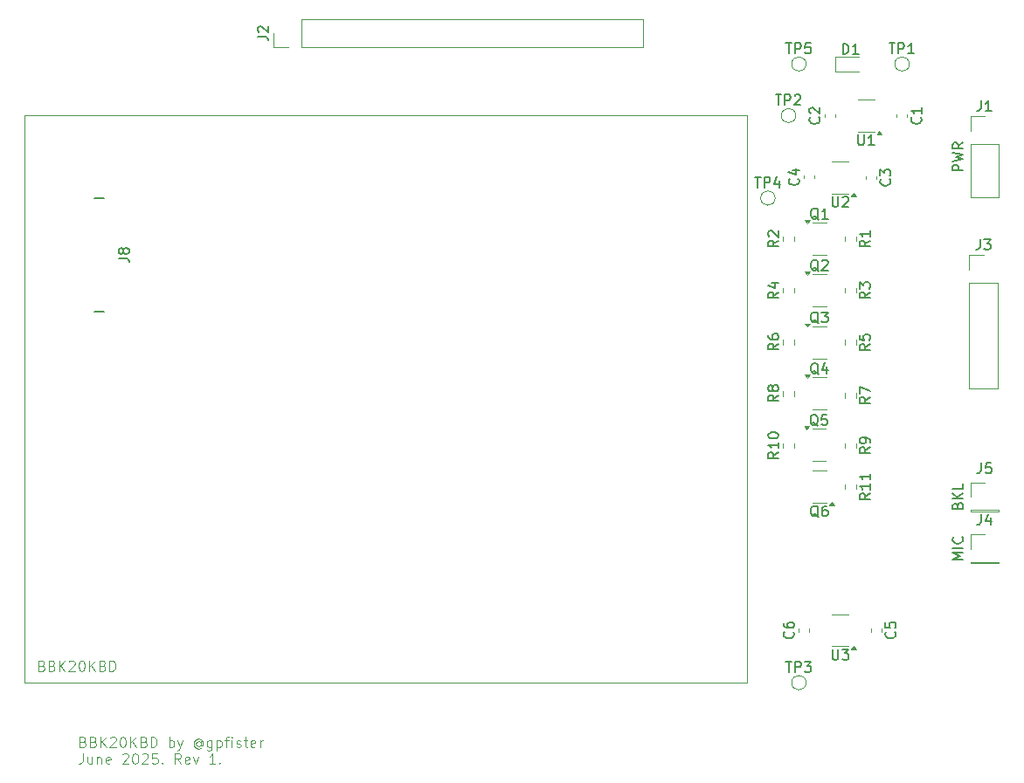
<source format=gbr>
%TF.GenerationSoftware,KiCad,Pcbnew,9.0.2*%
%TF.CreationDate,2025-07-03T12:00:23+02:00*%
%TF.ProjectId,gp-bbq20kbd-breakout-board,67702d62-6271-4323-906b-62642d627265,rev?*%
%TF.SameCoordinates,Original*%
%TF.FileFunction,Legend,Top*%
%TF.FilePolarity,Positive*%
%FSLAX46Y46*%
G04 Gerber Fmt 4.6, Leading zero omitted, Abs format (unit mm)*
G04 Created by KiCad (PCBNEW 9.0.2) date 2025-07-03 12:00:23*
%MOMM*%
%LPD*%
G01*
G04 APERTURE LIST*
%ADD10C,0.100000*%
%ADD11C,0.150000*%
%ADD12C,0.120000*%
%ADD13C,0.152400*%
G04 APERTURE END LIST*
D10*
X95000000Y-115000000D02*
X95000000Y-60000000D01*
X95000000Y-60000000D02*
X165000000Y-60000000D01*
X165000000Y-115000000D01*
X95000000Y-115000000D01*
X95000000Y-60000000D01*
X96637217Y-113348609D02*
X96780074Y-113396228D01*
X96780074Y-113396228D02*
X96827693Y-113443847D01*
X96827693Y-113443847D02*
X96875312Y-113539085D01*
X96875312Y-113539085D02*
X96875312Y-113681942D01*
X96875312Y-113681942D02*
X96827693Y-113777180D01*
X96827693Y-113777180D02*
X96780074Y-113824800D01*
X96780074Y-113824800D02*
X96684836Y-113872419D01*
X96684836Y-113872419D02*
X96303884Y-113872419D01*
X96303884Y-113872419D02*
X96303884Y-112872419D01*
X96303884Y-112872419D02*
X96637217Y-112872419D01*
X96637217Y-112872419D02*
X96732455Y-112920038D01*
X96732455Y-112920038D02*
X96780074Y-112967657D01*
X96780074Y-112967657D02*
X96827693Y-113062895D01*
X96827693Y-113062895D02*
X96827693Y-113158133D01*
X96827693Y-113158133D02*
X96780074Y-113253371D01*
X96780074Y-113253371D02*
X96732455Y-113300990D01*
X96732455Y-113300990D02*
X96637217Y-113348609D01*
X96637217Y-113348609D02*
X96303884Y-113348609D01*
X97637217Y-113348609D02*
X97780074Y-113396228D01*
X97780074Y-113396228D02*
X97827693Y-113443847D01*
X97827693Y-113443847D02*
X97875312Y-113539085D01*
X97875312Y-113539085D02*
X97875312Y-113681942D01*
X97875312Y-113681942D02*
X97827693Y-113777180D01*
X97827693Y-113777180D02*
X97780074Y-113824800D01*
X97780074Y-113824800D02*
X97684836Y-113872419D01*
X97684836Y-113872419D02*
X97303884Y-113872419D01*
X97303884Y-113872419D02*
X97303884Y-112872419D01*
X97303884Y-112872419D02*
X97637217Y-112872419D01*
X97637217Y-112872419D02*
X97732455Y-112920038D01*
X97732455Y-112920038D02*
X97780074Y-112967657D01*
X97780074Y-112967657D02*
X97827693Y-113062895D01*
X97827693Y-113062895D02*
X97827693Y-113158133D01*
X97827693Y-113158133D02*
X97780074Y-113253371D01*
X97780074Y-113253371D02*
X97732455Y-113300990D01*
X97732455Y-113300990D02*
X97637217Y-113348609D01*
X97637217Y-113348609D02*
X97303884Y-113348609D01*
X98303884Y-113872419D02*
X98303884Y-112872419D01*
X98875312Y-113872419D02*
X98446741Y-113300990D01*
X98875312Y-112872419D02*
X98303884Y-113443847D01*
X99256265Y-112967657D02*
X99303884Y-112920038D01*
X99303884Y-112920038D02*
X99399122Y-112872419D01*
X99399122Y-112872419D02*
X99637217Y-112872419D01*
X99637217Y-112872419D02*
X99732455Y-112920038D01*
X99732455Y-112920038D02*
X99780074Y-112967657D01*
X99780074Y-112967657D02*
X99827693Y-113062895D01*
X99827693Y-113062895D02*
X99827693Y-113158133D01*
X99827693Y-113158133D02*
X99780074Y-113300990D01*
X99780074Y-113300990D02*
X99208646Y-113872419D01*
X99208646Y-113872419D02*
X99827693Y-113872419D01*
X100446741Y-112872419D02*
X100541979Y-112872419D01*
X100541979Y-112872419D02*
X100637217Y-112920038D01*
X100637217Y-112920038D02*
X100684836Y-112967657D01*
X100684836Y-112967657D02*
X100732455Y-113062895D01*
X100732455Y-113062895D02*
X100780074Y-113253371D01*
X100780074Y-113253371D02*
X100780074Y-113491466D01*
X100780074Y-113491466D02*
X100732455Y-113681942D01*
X100732455Y-113681942D02*
X100684836Y-113777180D01*
X100684836Y-113777180D02*
X100637217Y-113824800D01*
X100637217Y-113824800D02*
X100541979Y-113872419D01*
X100541979Y-113872419D02*
X100446741Y-113872419D01*
X100446741Y-113872419D02*
X100351503Y-113824800D01*
X100351503Y-113824800D02*
X100303884Y-113777180D01*
X100303884Y-113777180D02*
X100256265Y-113681942D01*
X100256265Y-113681942D02*
X100208646Y-113491466D01*
X100208646Y-113491466D02*
X100208646Y-113253371D01*
X100208646Y-113253371D02*
X100256265Y-113062895D01*
X100256265Y-113062895D02*
X100303884Y-112967657D01*
X100303884Y-112967657D02*
X100351503Y-112920038D01*
X100351503Y-112920038D02*
X100446741Y-112872419D01*
X101208646Y-113872419D02*
X101208646Y-112872419D01*
X101780074Y-113872419D02*
X101351503Y-113300990D01*
X101780074Y-112872419D02*
X101208646Y-113443847D01*
X102541979Y-113348609D02*
X102684836Y-113396228D01*
X102684836Y-113396228D02*
X102732455Y-113443847D01*
X102732455Y-113443847D02*
X102780074Y-113539085D01*
X102780074Y-113539085D02*
X102780074Y-113681942D01*
X102780074Y-113681942D02*
X102732455Y-113777180D01*
X102732455Y-113777180D02*
X102684836Y-113824800D01*
X102684836Y-113824800D02*
X102589598Y-113872419D01*
X102589598Y-113872419D02*
X102208646Y-113872419D01*
X102208646Y-113872419D02*
X102208646Y-112872419D01*
X102208646Y-112872419D02*
X102541979Y-112872419D01*
X102541979Y-112872419D02*
X102637217Y-112920038D01*
X102637217Y-112920038D02*
X102684836Y-112967657D01*
X102684836Y-112967657D02*
X102732455Y-113062895D01*
X102732455Y-113062895D02*
X102732455Y-113158133D01*
X102732455Y-113158133D02*
X102684836Y-113253371D01*
X102684836Y-113253371D02*
X102637217Y-113300990D01*
X102637217Y-113300990D02*
X102541979Y-113348609D01*
X102541979Y-113348609D02*
X102208646Y-113348609D01*
X103208646Y-113872419D02*
X103208646Y-112872419D01*
X103208646Y-112872419D02*
X103446741Y-112872419D01*
X103446741Y-112872419D02*
X103589598Y-112920038D01*
X103589598Y-112920038D02*
X103684836Y-113015276D01*
X103684836Y-113015276D02*
X103732455Y-113110514D01*
X103732455Y-113110514D02*
X103780074Y-113300990D01*
X103780074Y-113300990D02*
X103780074Y-113443847D01*
X103780074Y-113443847D02*
X103732455Y-113634323D01*
X103732455Y-113634323D02*
X103684836Y-113729561D01*
X103684836Y-113729561D02*
X103589598Y-113824800D01*
X103589598Y-113824800D02*
X103446741Y-113872419D01*
X103446741Y-113872419D02*
X103208646Y-113872419D01*
X100637217Y-120738665D02*
X100780074Y-120786284D01*
X100780074Y-120786284D02*
X100827693Y-120833903D01*
X100827693Y-120833903D02*
X100875312Y-120929141D01*
X100875312Y-120929141D02*
X100875312Y-121071998D01*
X100875312Y-121071998D02*
X100827693Y-121167236D01*
X100827693Y-121167236D02*
X100780074Y-121214856D01*
X100780074Y-121214856D02*
X100684836Y-121262475D01*
X100684836Y-121262475D02*
X100303884Y-121262475D01*
X100303884Y-121262475D02*
X100303884Y-120262475D01*
X100303884Y-120262475D02*
X100637217Y-120262475D01*
X100637217Y-120262475D02*
X100732455Y-120310094D01*
X100732455Y-120310094D02*
X100780074Y-120357713D01*
X100780074Y-120357713D02*
X100827693Y-120452951D01*
X100827693Y-120452951D02*
X100827693Y-120548189D01*
X100827693Y-120548189D02*
X100780074Y-120643427D01*
X100780074Y-120643427D02*
X100732455Y-120691046D01*
X100732455Y-120691046D02*
X100637217Y-120738665D01*
X100637217Y-120738665D02*
X100303884Y-120738665D01*
X101637217Y-120738665D02*
X101780074Y-120786284D01*
X101780074Y-120786284D02*
X101827693Y-120833903D01*
X101827693Y-120833903D02*
X101875312Y-120929141D01*
X101875312Y-120929141D02*
X101875312Y-121071998D01*
X101875312Y-121071998D02*
X101827693Y-121167236D01*
X101827693Y-121167236D02*
X101780074Y-121214856D01*
X101780074Y-121214856D02*
X101684836Y-121262475D01*
X101684836Y-121262475D02*
X101303884Y-121262475D01*
X101303884Y-121262475D02*
X101303884Y-120262475D01*
X101303884Y-120262475D02*
X101637217Y-120262475D01*
X101637217Y-120262475D02*
X101732455Y-120310094D01*
X101732455Y-120310094D02*
X101780074Y-120357713D01*
X101780074Y-120357713D02*
X101827693Y-120452951D01*
X101827693Y-120452951D02*
X101827693Y-120548189D01*
X101827693Y-120548189D02*
X101780074Y-120643427D01*
X101780074Y-120643427D02*
X101732455Y-120691046D01*
X101732455Y-120691046D02*
X101637217Y-120738665D01*
X101637217Y-120738665D02*
X101303884Y-120738665D01*
X102303884Y-121262475D02*
X102303884Y-120262475D01*
X102875312Y-121262475D02*
X102446741Y-120691046D01*
X102875312Y-120262475D02*
X102303884Y-120833903D01*
X103256265Y-120357713D02*
X103303884Y-120310094D01*
X103303884Y-120310094D02*
X103399122Y-120262475D01*
X103399122Y-120262475D02*
X103637217Y-120262475D01*
X103637217Y-120262475D02*
X103732455Y-120310094D01*
X103732455Y-120310094D02*
X103780074Y-120357713D01*
X103780074Y-120357713D02*
X103827693Y-120452951D01*
X103827693Y-120452951D02*
X103827693Y-120548189D01*
X103827693Y-120548189D02*
X103780074Y-120691046D01*
X103780074Y-120691046D02*
X103208646Y-121262475D01*
X103208646Y-121262475D02*
X103827693Y-121262475D01*
X104446741Y-120262475D02*
X104541979Y-120262475D01*
X104541979Y-120262475D02*
X104637217Y-120310094D01*
X104637217Y-120310094D02*
X104684836Y-120357713D01*
X104684836Y-120357713D02*
X104732455Y-120452951D01*
X104732455Y-120452951D02*
X104780074Y-120643427D01*
X104780074Y-120643427D02*
X104780074Y-120881522D01*
X104780074Y-120881522D02*
X104732455Y-121071998D01*
X104732455Y-121071998D02*
X104684836Y-121167236D01*
X104684836Y-121167236D02*
X104637217Y-121214856D01*
X104637217Y-121214856D02*
X104541979Y-121262475D01*
X104541979Y-121262475D02*
X104446741Y-121262475D01*
X104446741Y-121262475D02*
X104351503Y-121214856D01*
X104351503Y-121214856D02*
X104303884Y-121167236D01*
X104303884Y-121167236D02*
X104256265Y-121071998D01*
X104256265Y-121071998D02*
X104208646Y-120881522D01*
X104208646Y-120881522D02*
X104208646Y-120643427D01*
X104208646Y-120643427D02*
X104256265Y-120452951D01*
X104256265Y-120452951D02*
X104303884Y-120357713D01*
X104303884Y-120357713D02*
X104351503Y-120310094D01*
X104351503Y-120310094D02*
X104446741Y-120262475D01*
X105208646Y-121262475D02*
X105208646Y-120262475D01*
X105780074Y-121262475D02*
X105351503Y-120691046D01*
X105780074Y-120262475D02*
X105208646Y-120833903D01*
X106541979Y-120738665D02*
X106684836Y-120786284D01*
X106684836Y-120786284D02*
X106732455Y-120833903D01*
X106732455Y-120833903D02*
X106780074Y-120929141D01*
X106780074Y-120929141D02*
X106780074Y-121071998D01*
X106780074Y-121071998D02*
X106732455Y-121167236D01*
X106732455Y-121167236D02*
X106684836Y-121214856D01*
X106684836Y-121214856D02*
X106589598Y-121262475D01*
X106589598Y-121262475D02*
X106208646Y-121262475D01*
X106208646Y-121262475D02*
X106208646Y-120262475D01*
X106208646Y-120262475D02*
X106541979Y-120262475D01*
X106541979Y-120262475D02*
X106637217Y-120310094D01*
X106637217Y-120310094D02*
X106684836Y-120357713D01*
X106684836Y-120357713D02*
X106732455Y-120452951D01*
X106732455Y-120452951D02*
X106732455Y-120548189D01*
X106732455Y-120548189D02*
X106684836Y-120643427D01*
X106684836Y-120643427D02*
X106637217Y-120691046D01*
X106637217Y-120691046D02*
X106541979Y-120738665D01*
X106541979Y-120738665D02*
X106208646Y-120738665D01*
X107208646Y-121262475D02*
X107208646Y-120262475D01*
X107208646Y-120262475D02*
X107446741Y-120262475D01*
X107446741Y-120262475D02*
X107589598Y-120310094D01*
X107589598Y-120310094D02*
X107684836Y-120405332D01*
X107684836Y-120405332D02*
X107732455Y-120500570D01*
X107732455Y-120500570D02*
X107780074Y-120691046D01*
X107780074Y-120691046D02*
X107780074Y-120833903D01*
X107780074Y-120833903D02*
X107732455Y-121024379D01*
X107732455Y-121024379D02*
X107684836Y-121119617D01*
X107684836Y-121119617D02*
X107589598Y-121214856D01*
X107589598Y-121214856D02*
X107446741Y-121262475D01*
X107446741Y-121262475D02*
X107208646Y-121262475D01*
X108970551Y-121262475D02*
X108970551Y-120262475D01*
X108970551Y-120643427D02*
X109065789Y-120595808D01*
X109065789Y-120595808D02*
X109256265Y-120595808D01*
X109256265Y-120595808D02*
X109351503Y-120643427D01*
X109351503Y-120643427D02*
X109399122Y-120691046D01*
X109399122Y-120691046D02*
X109446741Y-120786284D01*
X109446741Y-120786284D02*
X109446741Y-121071998D01*
X109446741Y-121071998D02*
X109399122Y-121167236D01*
X109399122Y-121167236D02*
X109351503Y-121214856D01*
X109351503Y-121214856D02*
X109256265Y-121262475D01*
X109256265Y-121262475D02*
X109065789Y-121262475D01*
X109065789Y-121262475D02*
X108970551Y-121214856D01*
X109780075Y-120595808D02*
X110018170Y-121262475D01*
X110256265Y-120595808D02*
X110018170Y-121262475D01*
X110018170Y-121262475D02*
X109922932Y-121500570D01*
X109922932Y-121500570D02*
X109875313Y-121548189D01*
X109875313Y-121548189D02*
X109780075Y-121595808D01*
X112018170Y-120786284D02*
X111970551Y-120738665D01*
X111970551Y-120738665D02*
X111875313Y-120691046D01*
X111875313Y-120691046D02*
X111780075Y-120691046D01*
X111780075Y-120691046D02*
X111684837Y-120738665D01*
X111684837Y-120738665D02*
X111637218Y-120786284D01*
X111637218Y-120786284D02*
X111589599Y-120881522D01*
X111589599Y-120881522D02*
X111589599Y-120976760D01*
X111589599Y-120976760D02*
X111637218Y-121071998D01*
X111637218Y-121071998D02*
X111684837Y-121119617D01*
X111684837Y-121119617D02*
X111780075Y-121167236D01*
X111780075Y-121167236D02*
X111875313Y-121167236D01*
X111875313Y-121167236D02*
X111970551Y-121119617D01*
X111970551Y-121119617D02*
X112018170Y-121071998D01*
X112018170Y-120691046D02*
X112018170Y-121071998D01*
X112018170Y-121071998D02*
X112065789Y-121119617D01*
X112065789Y-121119617D02*
X112113408Y-121119617D01*
X112113408Y-121119617D02*
X112208647Y-121071998D01*
X112208647Y-121071998D02*
X112256266Y-120976760D01*
X112256266Y-120976760D02*
X112256266Y-120738665D01*
X112256266Y-120738665D02*
X112161028Y-120595808D01*
X112161028Y-120595808D02*
X112018170Y-120500570D01*
X112018170Y-120500570D02*
X111827694Y-120452951D01*
X111827694Y-120452951D02*
X111637218Y-120500570D01*
X111637218Y-120500570D02*
X111494361Y-120595808D01*
X111494361Y-120595808D02*
X111399123Y-120738665D01*
X111399123Y-120738665D02*
X111351504Y-120929141D01*
X111351504Y-120929141D02*
X111399123Y-121119617D01*
X111399123Y-121119617D02*
X111494361Y-121262475D01*
X111494361Y-121262475D02*
X111637218Y-121357713D01*
X111637218Y-121357713D02*
X111827694Y-121405332D01*
X111827694Y-121405332D02*
X112018170Y-121357713D01*
X112018170Y-121357713D02*
X112161028Y-121262475D01*
X113113408Y-120595808D02*
X113113408Y-121405332D01*
X113113408Y-121405332D02*
X113065789Y-121500570D01*
X113065789Y-121500570D02*
X113018170Y-121548189D01*
X113018170Y-121548189D02*
X112922932Y-121595808D01*
X112922932Y-121595808D02*
X112780075Y-121595808D01*
X112780075Y-121595808D02*
X112684837Y-121548189D01*
X113113408Y-121214856D02*
X113018170Y-121262475D01*
X113018170Y-121262475D02*
X112827694Y-121262475D01*
X112827694Y-121262475D02*
X112732456Y-121214856D01*
X112732456Y-121214856D02*
X112684837Y-121167236D01*
X112684837Y-121167236D02*
X112637218Y-121071998D01*
X112637218Y-121071998D02*
X112637218Y-120786284D01*
X112637218Y-120786284D02*
X112684837Y-120691046D01*
X112684837Y-120691046D02*
X112732456Y-120643427D01*
X112732456Y-120643427D02*
X112827694Y-120595808D01*
X112827694Y-120595808D02*
X113018170Y-120595808D01*
X113018170Y-120595808D02*
X113113408Y-120643427D01*
X113589599Y-120595808D02*
X113589599Y-121595808D01*
X113589599Y-120643427D02*
X113684837Y-120595808D01*
X113684837Y-120595808D02*
X113875313Y-120595808D01*
X113875313Y-120595808D02*
X113970551Y-120643427D01*
X113970551Y-120643427D02*
X114018170Y-120691046D01*
X114018170Y-120691046D02*
X114065789Y-120786284D01*
X114065789Y-120786284D02*
X114065789Y-121071998D01*
X114065789Y-121071998D02*
X114018170Y-121167236D01*
X114018170Y-121167236D02*
X113970551Y-121214856D01*
X113970551Y-121214856D02*
X113875313Y-121262475D01*
X113875313Y-121262475D02*
X113684837Y-121262475D01*
X113684837Y-121262475D02*
X113589599Y-121214856D01*
X114351504Y-120595808D02*
X114732456Y-120595808D01*
X114494361Y-121262475D02*
X114494361Y-120405332D01*
X114494361Y-120405332D02*
X114541980Y-120310094D01*
X114541980Y-120310094D02*
X114637218Y-120262475D01*
X114637218Y-120262475D02*
X114732456Y-120262475D01*
X115065790Y-121262475D02*
X115065790Y-120595808D01*
X115065790Y-120262475D02*
X115018171Y-120310094D01*
X115018171Y-120310094D02*
X115065790Y-120357713D01*
X115065790Y-120357713D02*
X115113409Y-120310094D01*
X115113409Y-120310094D02*
X115065790Y-120262475D01*
X115065790Y-120262475D02*
X115065790Y-120357713D01*
X115494361Y-121214856D02*
X115589599Y-121262475D01*
X115589599Y-121262475D02*
X115780075Y-121262475D01*
X115780075Y-121262475D02*
X115875313Y-121214856D01*
X115875313Y-121214856D02*
X115922932Y-121119617D01*
X115922932Y-121119617D02*
X115922932Y-121071998D01*
X115922932Y-121071998D02*
X115875313Y-120976760D01*
X115875313Y-120976760D02*
X115780075Y-120929141D01*
X115780075Y-120929141D02*
X115637218Y-120929141D01*
X115637218Y-120929141D02*
X115541980Y-120881522D01*
X115541980Y-120881522D02*
X115494361Y-120786284D01*
X115494361Y-120786284D02*
X115494361Y-120738665D01*
X115494361Y-120738665D02*
X115541980Y-120643427D01*
X115541980Y-120643427D02*
X115637218Y-120595808D01*
X115637218Y-120595808D02*
X115780075Y-120595808D01*
X115780075Y-120595808D02*
X115875313Y-120643427D01*
X116208647Y-120595808D02*
X116589599Y-120595808D01*
X116351504Y-120262475D02*
X116351504Y-121119617D01*
X116351504Y-121119617D02*
X116399123Y-121214856D01*
X116399123Y-121214856D02*
X116494361Y-121262475D01*
X116494361Y-121262475D02*
X116589599Y-121262475D01*
X117303885Y-121214856D02*
X117208647Y-121262475D01*
X117208647Y-121262475D02*
X117018171Y-121262475D01*
X117018171Y-121262475D02*
X116922933Y-121214856D01*
X116922933Y-121214856D02*
X116875314Y-121119617D01*
X116875314Y-121119617D02*
X116875314Y-120738665D01*
X116875314Y-120738665D02*
X116922933Y-120643427D01*
X116922933Y-120643427D02*
X117018171Y-120595808D01*
X117018171Y-120595808D02*
X117208647Y-120595808D01*
X117208647Y-120595808D02*
X117303885Y-120643427D01*
X117303885Y-120643427D02*
X117351504Y-120738665D01*
X117351504Y-120738665D02*
X117351504Y-120833903D01*
X117351504Y-120833903D02*
X116875314Y-120929141D01*
X117780076Y-121262475D02*
X117780076Y-120595808D01*
X117780076Y-120786284D02*
X117827695Y-120691046D01*
X117827695Y-120691046D02*
X117875314Y-120643427D01*
X117875314Y-120643427D02*
X117970552Y-120595808D01*
X117970552Y-120595808D02*
X118065790Y-120595808D01*
X100589598Y-121872419D02*
X100589598Y-122586704D01*
X100589598Y-122586704D02*
X100541979Y-122729561D01*
X100541979Y-122729561D02*
X100446741Y-122824800D01*
X100446741Y-122824800D02*
X100303884Y-122872419D01*
X100303884Y-122872419D02*
X100208646Y-122872419D01*
X101494360Y-122205752D02*
X101494360Y-122872419D01*
X101065789Y-122205752D02*
X101065789Y-122729561D01*
X101065789Y-122729561D02*
X101113408Y-122824800D01*
X101113408Y-122824800D02*
X101208646Y-122872419D01*
X101208646Y-122872419D02*
X101351503Y-122872419D01*
X101351503Y-122872419D02*
X101446741Y-122824800D01*
X101446741Y-122824800D02*
X101494360Y-122777180D01*
X101970551Y-122205752D02*
X101970551Y-122872419D01*
X101970551Y-122300990D02*
X102018170Y-122253371D01*
X102018170Y-122253371D02*
X102113408Y-122205752D01*
X102113408Y-122205752D02*
X102256265Y-122205752D01*
X102256265Y-122205752D02*
X102351503Y-122253371D01*
X102351503Y-122253371D02*
X102399122Y-122348609D01*
X102399122Y-122348609D02*
X102399122Y-122872419D01*
X103256265Y-122824800D02*
X103161027Y-122872419D01*
X103161027Y-122872419D02*
X102970551Y-122872419D01*
X102970551Y-122872419D02*
X102875313Y-122824800D01*
X102875313Y-122824800D02*
X102827694Y-122729561D01*
X102827694Y-122729561D02*
X102827694Y-122348609D01*
X102827694Y-122348609D02*
X102875313Y-122253371D01*
X102875313Y-122253371D02*
X102970551Y-122205752D01*
X102970551Y-122205752D02*
X103161027Y-122205752D01*
X103161027Y-122205752D02*
X103256265Y-122253371D01*
X103256265Y-122253371D02*
X103303884Y-122348609D01*
X103303884Y-122348609D02*
X103303884Y-122443847D01*
X103303884Y-122443847D02*
X102827694Y-122539085D01*
X104446742Y-121967657D02*
X104494361Y-121920038D01*
X104494361Y-121920038D02*
X104589599Y-121872419D01*
X104589599Y-121872419D02*
X104827694Y-121872419D01*
X104827694Y-121872419D02*
X104922932Y-121920038D01*
X104922932Y-121920038D02*
X104970551Y-121967657D01*
X104970551Y-121967657D02*
X105018170Y-122062895D01*
X105018170Y-122062895D02*
X105018170Y-122158133D01*
X105018170Y-122158133D02*
X104970551Y-122300990D01*
X104970551Y-122300990D02*
X104399123Y-122872419D01*
X104399123Y-122872419D02*
X105018170Y-122872419D01*
X105637218Y-121872419D02*
X105732456Y-121872419D01*
X105732456Y-121872419D02*
X105827694Y-121920038D01*
X105827694Y-121920038D02*
X105875313Y-121967657D01*
X105875313Y-121967657D02*
X105922932Y-122062895D01*
X105922932Y-122062895D02*
X105970551Y-122253371D01*
X105970551Y-122253371D02*
X105970551Y-122491466D01*
X105970551Y-122491466D02*
X105922932Y-122681942D01*
X105922932Y-122681942D02*
X105875313Y-122777180D01*
X105875313Y-122777180D02*
X105827694Y-122824800D01*
X105827694Y-122824800D02*
X105732456Y-122872419D01*
X105732456Y-122872419D02*
X105637218Y-122872419D01*
X105637218Y-122872419D02*
X105541980Y-122824800D01*
X105541980Y-122824800D02*
X105494361Y-122777180D01*
X105494361Y-122777180D02*
X105446742Y-122681942D01*
X105446742Y-122681942D02*
X105399123Y-122491466D01*
X105399123Y-122491466D02*
X105399123Y-122253371D01*
X105399123Y-122253371D02*
X105446742Y-122062895D01*
X105446742Y-122062895D02*
X105494361Y-121967657D01*
X105494361Y-121967657D02*
X105541980Y-121920038D01*
X105541980Y-121920038D02*
X105637218Y-121872419D01*
X106351504Y-121967657D02*
X106399123Y-121920038D01*
X106399123Y-121920038D02*
X106494361Y-121872419D01*
X106494361Y-121872419D02*
X106732456Y-121872419D01*
X106732456Y-121872419D02*
X106827694Y-121920038D01*
X106827694Y-121920038D02*
X106875313Y-121967657D01*
X106875313Y-121967657D02*
X106922932Y-122062895D01*
X106922932Y-122062895D02*
X106922932Y-122158133D01*
X106922932Y-122158133D02*
X106875313Y-122300990D01*
X106875313Y-122300990D02*
X106303885Y-122872419D01*
X106303885Y-122872419D02*
X106922932Y-122872419D01*
X107827694Y-121872419D02*
X107351504Y-121872419D01*
X107351504Y-121872419D02*
X107303885Y-122348609D01*
X107303885Y-122348609D02*
X107351504Y-122300990D01*
X107351504Y-122300990D02*
X107446742Y-122253371D01*
X107446742Y-122253371D02*
X107684837Y-122253371D01*
X107684837Y-122253371D02*
X107780075Y-122300990D01*
X107780075Y-122300990D02*
X107827694Y-122348609D01*
X107827694Y-122348609D02*
X107875313Y-122443847D01*
X107875313Y-122443847D02*
X107875313Y-122681942D01*
X107875313Y-122681942D02*
X107827694Y-122777180D01*
X107827694Y-122777180D02*
X107780075Y-122824800D01*
X107780075Y-122824800D02*
X107684837Y-122872419D01*
X107684837Y-122872419D02*
X107446742Y-122872419D01*
X107446742Y-122872419D02*
X107351504Y-122824800D01*
X107351504Y-122824800D02*
X107303885Y-122777180D01*
X108303885Y-122777180D02*
X108351504Y-122824800D01*
X108351504Y-122824800D02*
X108303885Y-122872419D01*
X108303885Y-122872419D02*
X108256266Y-122824800D01*
X108256266Y-122824800D02*
X108303885Y-122777180D01*
X108303885Y-122777180D02*
X108303885Y-122872419D01*
X110113408Y-122872419D02*
X109780075Y-122396228D01*
X109541980Y-122872419D02*
X109541980Y-121872419D01*
X109541980Y-121872419D02*
X109922932Y-121872419D01*
X109922932Y-121872419D02*
X110018170Y-121920038D01*
X110018170Y-121920038D02*
X110065789Y-121967657D01*
X110065789Y-121967657D02*
X110113408Y-122062895D01*
X110113408Y-122062895D02*
X110113408Y-122205752D01*
X110113408Y-122205752D02*
X110065789Y-122300990D01*
X110065789Y-122300990D02*
X110018170Y-122348609D01*
X110018170Y-122348609D02*
X109922932Y-122396228D01*
X109922932Y-122396228D02*
X109541980Y-122396228D01*
X110922932Y-122824800D02*
X110827694Y-122872419D01*
X110827694Y-122872419D02*
X110637218Y-122872419D01*
X110637218Y-122872419D02*
X110541980Y-122824800D01*
X110541980Y-122824800D02*
X110494361Y-122729561D01*
X110494361Y-122729561D02*
X110494361Y-122348609D01*
X110494361Y-122348609D02*
X110541980Y-122253371D01*
X110541980Y-122253371D02*
X110637218Y-122205752D01*
X110637218Y-122205752D02*
X110827694Y-122205752D01*
X110827694Y-122205752D02*
X110922932Y-122253371D01*
X110922932Y-122253371D02*
X110970551Y-122348609D01*
X110970551Y-122348609D02*
X110970551Y-122443847D01*
X110970551Y-122443847D02*
X110494361Y-122539085D01*
X111303885Y-122205752D02*
X111541980Y-122872419D01*
X111541980Y-122872419D02*
X111780075Y-122205752D01*
X113446742Y-122872419D02*
X112875314Y-122872419D01*
X113161028Y-122872419D02*
X113161028Y-121872419D01*
X113161028Y-121872419D02*
X113065790Y-122015276D01*
X113065790Y-122015276D02*
X112970552Y-122110514D01*
X112970552Y-122110514D02*
X112875314Y-122158133D01*
X113875314Y-122777180D02*
X113922933Y-122824800D01*
X113922933Y-122824800D02*
X113875314Y-122872419D01*
X113875314Y-122872419D02*
X113827695Y-122824800D01*
X113827695Y-122824800D02*
X113875314Y-122777180D01*
X113875314Y-122777180D02*
X113875314Y-122872419D01*
D11*
X171904761Y-80150057D02*
X171809523Y-80102438D01*
X171809523Y-80102438D02*
X171714285Y-80007200D01*
X171714285Y-80007200D02*
X171571428Y-79864342D01*
X171571428Y-79864342D02*
X171476190Y-79816723D01*
X171476190Y-79816723D02*
X171380952Y-79816723D01*
X171428571Y-80054819D02*
X171333333Y-80007200D01*
X171333333Y-80007200D02*
X171238095Y-79911961D01*
X171238095Y-79911961D02*
X171190476Y-79721485D01*
X171190476Y-79721485D02*
X171190476Y-79388152D01*
X171190476Y-79388152D02*
X171238095Y-79197676D01*
X171238095Y-79197676D02*
X171333333Y-79102438D01*
X171333333Y-79102438D02*
X171428571Y-79054819D01*
X171428571Y-79054819D02*
X171619047Y-79054819D01*
X171619047Y-79054819D02*
X171714285Y-79102438D01*
X171714285Y-79102438D02*
X171809523Y-79197676D01*
X171809523Y-79197676D02*
X171857142Y-79388152D01*
X171857142Y-79388152D02*
X171857142Y-79721485D01*
X171857142Y-79721485D02*
X171809523Y-79911961D01*
X171809523Y-79911961D02*
X171714285Y-80007200D01*
X171714285Y-80007200D02*
X171619047Y-80054819D01*
X171619047Y-80054819D02*
X171428571Y-80054819D01*
X172190476Y-79054819D02*
X172809523Y-79054819D01*
X172809523Y-79054819D02*
X172476190Y-79435771D01*
X172476190Y-79435771D02*
X172619047Y-79435771D01*
X172619047Y-79435771D02*
X172714285Y-79483390D01*
X172714285Y-79483390D02*
X172761904Y-79531009D01*
X172761904Y-79531009D02*
X172809523Y-79626247D01*
X172809523Y-79626247D02*
X172809523Y-79864342D01*
X172809523Y-79864342D02*
X172761904Y-79959580D01*
X172761904Y-79959580D02*
X172714285Y-80007200D01*
X172714285Y-80007200D02*
X172619047Y-80054819D01*
X172619047Y-80054819D02*
X172333333Y-80054819D01*
X172333333Y-80054819D02*
X172238095Y-80007200D01*
X172238095Y-80007200D02*
X172190476Y-79959580D01*
X173238095Y-111767319D02*
X173238095Y-112576842D01*
X173238095Y-112576842D02*
X173285714Y-112672080D01*
X173285714Y-112672080D02*
X173333333Y-112719700D01*
X173333333Y-112719700D02*
X173428571Y-112767319D01*
X173428571Y-112767319D02*
X173619047Y-112767319D01*
X173619047Y-112767319D02*
X173714285Y-112719700D01*
X173714285Y-112719700D02*
X173761904Y-112672080D01*
X173761904Y-112672080D02*
X173809523Y-112576842D01*
X173809523Y-112576842D02*
X173809523Y-111767319D01*
X174190476Y-111767319D02*
X174809523Y-111767319D01*
X174809523Y-111767319D02*
X174476190Y-112148271D01*
X174476190Y-112148271D02*
X174619047Y-112148271D01*
X174619047Y-112148271D02*
X174714285Y-112195890D01*
X174714285Y-112195890D02*
X174761904Y-112243509D01*
X174761904Y-112243509D02*
X174809523Y-112338747D01*
X174809523Y-112338747D02*
X174809523Y-112576842D01*
X174809523Y-112576842D02*
X174761904Y-112672080D01*
X174761904Y-112672080D02*
X174714285Y-112719700D01*
X174714285Y-112719700D02*
X174619047Y-112767319D01*
X174619047Y-112767319D02*
X174333333Y-112767319D01*
X174333333Y-112767319D02*
X174238095Y-112719700D01*
X174238095Y-112719700D02*
X174190476Y-112672080D01*
X178789580Y-66166666D02*
X178837200Y-66214285D01*
X178837200Y-66214285D02*
X178884819Y-66357142D01*
X178884819Y-66357142D02*
X178884819Y-66452380D01*
X178884819Y-66452380D02*
X178837200Y-66595237D01*
X178837200Y-66595237D02*
X178741961Y-66690475D01*
X178741961Y-66690475D02*
X178646723Y-66738094D01*
X178646723Y-66738094D02*
X178456247Y-66785713D01*
X178456247Y-66785713D02*
X178313390Y-66785713D01*
X178313390Y-66785713D02*
X178122914Y-66738094D01*
X178122914Y-66738094D02*
X178027676Y-66690475D01*
X178027676Y-66690475D02*
X177932438Y-66595237D01*
X177932438Y-66595237D02*
X177884819Y-66452380D01*
X177884819Y-66452380D02*
X177884819Y-66357142D01*
X177884819Y-66357142D02*
X177932438Y-66214285D01*
X177932438Y-66214285D02*
X177980057Y-66166666D01*
X177884819Y-65833332D02*
X177884819Y-65214285D01*
X177884819Y-65214285D02*
X178265771Y-65547618D01*
X178265771Y-65547618D02*
X178265771Y-65404761D01*
X178265771Y-65404761D02*
X178313390Y-65309523D01*
X178313390Y-65309523D02*
X178361009Y-65261904D01*
X178361009Y-65261904D02*
X178456247Y-65214285D01*
X178456247Y-65214285D02*
X178694342Y-65214285D01*
X178694342Y-65214285D02*
X178789580Y-65261904D01*
X178789580Y-65261904D02*
X178837200Y-65309523D01*
X178837200Y-65309523D02*
X178884819Y-65404761D01*
X178884819Y-65404761D02*
X178884819Y-65690475D01*
X178884819Y-65690475D02*
X178837200Y-65785713D01*
X178837200Y-65785713D02*
X178789580Y-65833332D01*
X176884819Y-92166666D02*
X176408628Y-92499999D01*
X176884819Y-92738094D02*
X175884819Y-92738094D01*
X175884819Y-92738094D02*
X175884819Y-92357142D01*
X175884819Y-92357142D02*
X175932438Y-92261904D01*
X175932438Y-92261904D02*
X175980057Y-92214285D01*
X175980057Y-92214285D02*
X176075295Y-92166666D01*
X176075295Y-92166666D02*
X176218152Y-92166666D01*
X176218152Y-92166666D02*
X176313390Y-92214285D01*
X176313390Y-92214285D02*
X176361009Y-92261904D01*
X176361009Y-92261904D02*
X176408628Y-92357142D01*
X176408628Y-92357142D02*
X176408628Y-92738094D01*
X176884819Y-91690475D02*
X176884819Y-91499999D01*
X176884819Y-91499999D02*
X176837200Y-91404761D01*
X176837200Y-91404761D02*
X176789580Y-91357142D01*
X176789580Y-91357142D02*
X176646723Y-91261904D01*
X176646723Y-91261904D02*
X176456247Y-91214285D01*
X176456247Y-91214285D02*
X176075295Y-91214285D01*
X176075295Y-91214285D02*
X175980057Y-91261904D01*
X175980057Y-91261904D02*
X175932438Y-91309523D01*
X175932438Y-91309523D02*
X175884819Y-91404761D01*
X175884819Y-91404761D02*
X175884819Y-91595237D01*
X175884819Y-91595237D02*
X175932438Y-91690475D01*
X175932438Y-91690475D02*
X175980057Y-91738094D01*
X175980057Y-91738094D02*
X176075295Y-91785713D01*
X176075295Y-91785713D02*
X176313390Y-91785713D01*
X176313390Y-91785713D02*
X176408628Y-91738094D01*
X176408628Y-91738094D02*
X176456247Y-91690475D01*
X176456247Y-91690475D02*
X176503866Y-91595237D01*
X176503866Y-91595237D02*
X176503866Y-91404761D01*
X176503866Y-91404761D02*
X176456247Y-91309523D01*
X176456247Y-91309523D02*
X176408628Y-91261904D01*
X176408628Y-91261904D02*
X176313390Y-91214285D01*
X168024819Y-82116666D02*
X167548628Y-82449999D01*
X168024819Y-82688094D02*
X167024819Y-82688094D01*
X167024819Y-82688094D02*
X167024819Y-82307142D01*
X167024819Y-82307142D02*
X167072438Y-82211904D01*
X167072438Y-82211904D02*
X167120057Y-82164285D01*
X167120057Y-82164285D02*
X167215295Y-82116666D01*
X167215295Y-82116666D02*
X167358152Y-82116666D01*
X167358152Y-82116666D02*
X167453390Y-82164285D01*
X167453390Y-82164285D02*
X167501009Y-82211904D01*
X167501009Y-82211904D02*
X167548628Y-82307142D01*
X167548628Y-82307142D02*
X167548628Y-82688094D01*
X167024819Y-81259523D02*
X167024819Y-81449999D01*
X167024819Y-81449999D02*
X167072438Y-81545237D01*
X167072438Y-81545237D02*
X167120057Y-81592856D01*
X167120057Y-81592856D02*
X167262914Y-81688094D01*
X167262914Y-81688094D02*
X167453390Y-81735713D01*
X167453390Y-81735713D02*
X167834342Y-81735713D01*
X167834342Y-81735713D02*
X167929580Y-81688094D01*
X167929580Y-81688094D02*
X167977200Y-81640475D01*
X167977200Y-81640475D02*
X168024819Y-81545237D01*
X168024819Y-81545237D02*
X168024819Y-81354761D01*
X168024819Y-81354761D02*
X167977200Y-81259523D01*
X167977200Y-81259523D02*
X167929580Y-81211904D01*
X167929580Y-81211904D02*
X167834342Y-81164285D01*
X167834342Y-81164285D02*
X167596247Y-81164285D01*
X167596247Y-81164285D02*
X167501009Y-81211904D01*
X167501009Y-81211904D02*
X167453390Y-81259523D01*
X167453390Y-81259523D02*
X167405771Y-81354761D01*
X167405771Y-81354761D02*
X167405771Y-81545237D01*
X167405771Y-81545237D02*
X167453390Y-81640475D01*
X167453390Y-81640475D02*
X167501009Y-81688094D01*
X167501009Y-81688094D02*
X167596247Y-81735713D01*
X176884819Y-87291666D02*
X176408628Y-87624999D01*
X176884819Y-87863094D02*
X175884819Y-87863094D01*
X175884819Y-87863094D02*
X175884819Y-87482142D01*
X175884819Y-87482142D02*
X175932438Y-87386904D01*
X175932438Y-87386904D02*
X175980057Y-87339285D01*
X175980057Y-87339285D02*
X176075295Y-87291666D01*
X176075295Y-87291666D02*
X176218152Y-87291666D01*
X176218152Y-87291666D02*
X176313390Y-87339285D01*
X176313390Y-87339285D02*
X176361009Y-87386904D01*
X176361009Y-87386904D02*
X176408628Y-87482142D01*
X176408628Y-87482142D02*
X176408628Y-87863094D01*
X175884819Y-86958332D02*
X175884819Y-86291666D01*
X175884819Y-86291666D02*
X176884819Y-86720237D01*
X176884819Y-77116666D02*
X176408628Y-77449999D01*
X176884819Y-77688094D02*
X175884819Y-77688094D01*
X175884819Y-77688094D02*
X175884819Y-77307142D01*
X175884819Y-77307142D02*
X175932438Y-77211904D01*
X175932438Y-77211904D02*
X175980057Y-77164285D01*
X175980057Y-77164285D02*
X176075295Y-77116666D01*
X176075295Y-77116666D02*
X176218152Y-77116666D01*
X176218152Y-77116666D02*
X176313390Y-77164285D01*
X176313390Y-77164285D02*
X176361009Y-77211904D01*
X176361009Y-77211904D02*
X176408628Y-77307142D01*
X176408628Y-77307142D02*
X176408628Y-77688094D01*
X175884819Y-76783332D02*
X175884819Y-76164285D01*
X175884819Y-76164285D02*
X176265771Y-76497618D01*
X176265771Y-76497618D02*
X176265771Y-76354761D01*
X176265771Y-76354761D02*
X176313390Y-76259523D01*
X176313390Y-76259523D02*
X176361009Y-76211904D01*
X176361009Y-76211904D02*
X176456247Y-76164285D01*
X176456247Y-76164285D02*
X176694342Y-76164285D01*
X176694342Y-76164285D02*
X176789580Y-76211904D01*
X176789580Y-76211904D02*
X176837200Y-76259523D01*
X176837200Y-76259523D02*
X176884819Y-76354761D01*
X176884819Y-76354761D02*
X176884819Y-76640475D01*
X176884819Y-76640475D02*
X176837200Y-76735713D01*
X176837200Y-76735713D02*
X176789580Y-76783332D01*
X171904761Y-85100057D02*
X171809523Y-85052438D01*
X171809523Y-85052438D02*
X171714285Y-84957200D01*
X171714285Y-84957200D02*
X171571428Y-84814342D01*
X171571428Y-84814342D02*
X171476190Y-84766723D01*
X171476190Y-84766723D02*
X171380952Y-84766723D01*
X171428571Y-85004819D02*
X171333333Y-84957200D01*
X171333333Y-84957200D02*
X171238095Y-84861961D01*
X171238095Y-84861961D02*
X171190476Y-84671485D01*
X171190476Y-84671485D02*
X171190476Y-84338152D01*
X171190476Y-84338152D02*
X171238095Y-84147676D01*
X171238095Y-84147676D02*
X171333333Y-84052438D01*
X171333333Y-84052438D02*
X171428571Y-84004819D01*
X171428571Y-84004819D02*
X171619047Y-84004819D01*
X171619047Y-84004819D02*
X171714285Y-84052438D01*
X171714285Y-84052438D02*
X171809523Y-84147676D01*
X171809523Y-84147676D02*
X171857142Y-84338152D01*
X171857142Y-84338152D02*
X171857142Y-84671485D01*
X171857142Y-84671485D02*
X171809523Y-84861961D01*
X171809523Y-84861961D02*
X171714285Y-84957200D01*
X171714285Y-84957200D02*
X171619047Y-85004819D01*
X171619047Y-85004819D02*
X171428571Y-85004819D01*
X172714285Y-84338152D02*
X172714285Y-85004819D01*
X172476190Y-83957200D02*
X172238095Y-84671485D01*
X172238095Y-84671485D02*
X172857142Y-84671485D01*
X104086018Y-73833333D02*
X104800303Y-73833333D01*
X104800303Y-73833333D02*
X104943160Y-73880952D01*
X104943160Y-73880952D02*
X105038399Y-73976190D01*
X105038399Y-73976190D02*
X105086018Y-74119047D01*
X105086018Y-74119047D02*
X105086018Y-74214285D01*
X104514589Y-73214285D02*
X104466970Y-73309523D01*
X104466970Y-73309523D02*
X104419351Y-73357142D01*
X104419351Y-73357142D02*
X104324113Y-73404761D01*
X104324113Y-73404761D02*
X104276494Y-73404761D01*
X104276494Y-73404761D02*
X104181256Y-73357142D01*
X104181256Y-73357142D02*
X104133637Y-73309523D01*
X104133637Y-73309523D02*
X104086018Y-73214285D01*
X104086018Y-73214285D02*
X104086018Y-73023809D01*
X104086018Y-73023809D02*
X104133637Y-72928571D01*
X104133637Y-72928571D02*
X104181256Y-72880952D01*
X104181256Y-72880952D02*
X104276494Y-72833333D01*
X104276494Y-72833333D02*
X104324113Y-72833333D01*
X104324113Y-72833333D02*
X104419351Y-72880952D01*
X104419351Y-72880952D02*
X104466970Y-72928571D01*
X104466970Y-72928571D02*
X104514589Y-73023809D01*
X104514589Y-73023809D02*
X104514589Y-73214285D01*
X104514589Y-73214285D02*
X104562208Y-73309523D01*
X104562208Y-73309523D02*
X104609827Y-73357142D01*
X104609827Y-73357142D02*
X104705065Y-73404761D01*
X104705065Y-73404761D02*
X104895541Y-73404761D01*
X104895541Y-73404761D02*
X104990779Y-73357142D01*
X104990779Y-73357142D02*
X105038399Y-73309523D01*
X105038399Y-73309523D02*
X105086018Y-73214285D01*
X105086018Y-73214285D02*
X105086018Y-73023809D01*
X105086018Y-73023809D02*
X105038399Y-72928571D01*
X105038399Y-72928571D02*
X104990779Y-72880952D01*
X104990779Y-72880952D02*
X104895541Y-72833333D01*
X104895541Y-72833333D02*
X104705065Y-72833333D01*
X104705065Y-72833333D02*
X104609827Y-72880952D01*
X104609827Y-72880952D02*
X104562208Y-72928571D01*
X104562208Y-72928571D02*
X104514589Y-73023809D01*
X187666666Y-93684819D02*
X187666666Y-94399104D01*
X187666666Y-94399104D02*
X187619047Y-94541961D01*
X187619047Y-94541961D02*
X187523809Y-94637200D01*
X187523809Y-94637200D02*
X187380952Y-94684819D01*
X187380952Y-94684819D02*
X187285714Y-94684819D01*
X188619047Y-93684819D02*
X188142857Y-93684819D01*
X188142857Y-93684819D02*
X188095238Y-94161009D01*
X188095238Y-94161009D02*
X188142857Y-94113390D01*
X188142857Y-94113390D02*
X188238095Y-94065771D01*
X188238095Y-94065771D02*
X188476190Y-94065771D01*
X188476190Y-94065771D02*
X188571428Y-94113390D01*
X188571428Y-94113390D02*
X188619047Y-94161009D01*
X188619047Y-94161009D02*
X188666666Y-94256247D01*
X188666666Y-94256247D02*
X188666666Y-94494342D01*
X188666666Y-94494342D02*
X188619047Y-94589580D01*
X188619047Y-94589580D02*
X188571428Y-94637200D01*
X188571428Y-94637200D02*
X188476190Y-94684819D01*
X188476190Y-94684819D02*
X188238095Y-94684819D01*
X188238095Y-94684819D02*
X188142857Y-94637200D01*
X188142857Y-94637200D02*
X188095238Y-94589580D01*
X185381009Y-97833333D02*
X185428628Y-97690476D01*
X185428628Y-97690476D02*
X185476247Y-97642857D01*
X185476247Y-97642857D02*
X185571485Y-97595238D01*
X185571485Y-97595238D02*
X185714342Y-97595238D01*
X185714342Y-97595238D02*
X185809580Y-97642857D01*
X185809580Y-97642857D02*
X185857200Y-97690476D01*
X185857200Y-97690476D02*
X185904819Y-97785714D01*
X185904819Y-97785714D02*
X185904819Y-98166666D01*
X185904819Y-98166666D02*
X184904819Y-98166666D01*
X184904819Y-98166666D02*
X184904819Y-97833333D01*
X184904819Y-97833333D02*
X184952438Y-97738095D01*
X184952438Y-97738095D02*
X185000057Y-97690476D01*
X185000057Y-97690476D02*
X185095295Y-97642857D01*
X185095295Y-97642857D02*
X185190533Y-97642857D01*
X185190533Y-97642857D02*
X185285771Y-97690476D01*
X185285771Y-97690476D02*
X185333390Y-97738095D01*
X185333390Y-97738095D02*
X185381009Y-97833333D01*
X185381009Y-97833333D02*
X185381009Y-98166666D01*
X185904819Y-97166666D02*
X184904819Y-97166666D01*
X185904819Y-96595238D02*
X185333390Y-97023809D01*
X184904819Y-96595238D02*
X185476247Y-97166666D01*
X185904819Y-95690476D02*
X185904819Y-96166666D01*
X185904819Y-96166666D02*
X184904819Y-96166666D01*
X174261905Y-54024819D02*
X174261905Y-53024819D01*
X174261905Y-53024819D02*
X174500000Y-53024819D01*
X174500000Y-53024819D02*
X174642857Y-53072438D01*
X174642857Y-53072438D02*
X174738095Y-53167676D01*
X174738095Y-53167676D02*
X174785714Y-53262914D01*
X174785714Y-53262914D02*
X174833333Y-53453390D01*
X174833333Y-53453390D02*
X174833333Y-53596247D01*
X174833333Y-53596247D02*
X174785714Y-53786723D01*
X174785714Y-53786723D02*
X174738095Y-53881961D01*
X174738095Y-53881961D02*
X174642857Y-53977200D01*
X174642857Y-53977200D02*
X174500000Y-54024819D01*
X174500000Y-54024819D02*
X174261905Y-54024819D01*
X175785714Y-54024819D02*
X175214286Y-54024819D01*
X175500000Y-54024819D02*
X175500000Y-53024819D01*
X175500000Y-53024819D02*
X175404762Y-53167676D01*
X175404762Y-53167676D02*
X175309524Y-53262914D01*
X175309524Y-53262914D02*
X175214286Y-53310533D01*
X168024819Y-72116666D02*
X167548628Y-72449999D01*
X168024819Y-72688094D02*
X167024819Y-72688094D01*
X167024819Y-72688094D02*
X167024819Y-72307142D01*
X167024819Y-72307142D02*
X167072438Y-72211904D01*
X167072438Y-72211904D02*
X167120057Y-72164285D01*
X167120057Y-72164285D02*
X167215295Y-72116666D01*
X167215295Y-72116666D02*
X167358152Y-72116666D01*
X167358152Y-72116666D02*
X167453390Y-72164285D01*
X167453390Y-72164285D02*
X167501009Y-72211904D01*
X167501009Y-72211904D02*
X167548628Y-72307142D01*
X167548628Y-72307142D02*
X167548628Y-72688094D01*
X167120057Y-71735713D02*
X167072438Y-71688094D01*
X167072438Y-71688094D02*
X167024819Y-71592856D01*
X167024819Y-71592856D02*
X167024819Y-71354761D01*
X167024819Y-71354761D02*
X167072438Y-71259523D01*
X167072438Y-71259523D02*
X167120057Y-71211904D01*
X167120057Y-71211904D02*
X167215295Y-71164285D01*
X167215295Y-71164285D02*
X167310533Y-71164285D01*
X167310533Y-71164285D02*
X167453390Y-71211904D01*
X167453390Y-71211904D02*
X168024819Y-71783332D01*
X168024819Y-71783332D02*
X168024819Y-71164285D01*
X171904761Y-75100057D02*
X171809523Y-75052438D01*
X171809523Y-75052438D02*
X171714285Y-74957200D01*
X171714285Y-74957200D02*
X171571428Y-74814342D01*
X171571428Y-74814342D02*
X171476190Y-74766723D01*
X171476190Y-74766723D02*
X171380952Y-74766723D01*
X171428571Y-75004819D02*
X171333333Y-74957200D01*
X171333333Y-74957200D02*
X171238095Y-74861961D01*
X171238095Y-74861961D02*
X171190476Y-74671485D01*
X171190476Y-74671485D02*
X171190476Y-74338152D01*
X171190476Y-74338152D02*
X171238095Y-74147676D01*
X171238095Y-74147676D02*
X171333333Y-74052438D01*
X171333333Y-74052438D02*
X171428571Y-74004819D01*
X171428571Y-74004819D02*
X171619047Y-74004819D01*
X171619047Y-74004819D02*
X171714285Y-74052438D01*
X171714285Y-74052438D02*
X171809523Y-74147676D01*
X171809523Y-74147676D02*
X171857142Y-74338152D01*
X171857142Y-74338152D02*
X171857142Y-74671485D01*
X171857142Y-74671485D02*
X171809523Y-74861961D01*
X171809523Y-74861961D02*
X171714285Y-74957200D01*
X171714285Y-74957200D02*
X171619047Y-75004819D01*
X171619047Y-75004819D02*
X171428571Y-75004819D01*
X172238095Y-74100057D02*
X172285714Y-74052438D01*
X172285714Y-74052438D02*
X172380952Y-74004819D01*
X172380952Y-74004819D02*
X172619047Y-74004819D01*
X172619047Y-74004819D02*
X172714285Y-74052438D01*
X172714285Y-74052438D02*
X172761904Y-74100057D01*
X172761904Y-74100057D02*
X172809523Y-74195295D01*
X172809523Y-74195295D02*
X172809523Y-74290533D01*
X172809523Y-74290533D02*
X172761904Y-74433390D01*
X172761904Y-74433390D02*
X172190476Y-75004819D01*
X172190476Y-75004819D02*
X172809523Y-75004819D01*
X168738095Y-112966819D02*
X169309523Y-112966819D01*
X169023809Y-113966819D02*
X169023809Y-112966819D01*
X169642857Y-113966819D02*
X169642857Y-112966819D01*
X169642857Y-112966819D02*
X170023809Y-112966819D01*
X170023809Y-112966819D02*
X170119047Y-113014438D01*
X170119047Y-113014438D02*
X170166666Y-113062057D01*
X170166666Y-113062057D02*
X170214285Y-113157295D01*
X170214285Y-113157295D02*
X170214285Y-113300152D01*
X170214285Y-113300152D02*
X170166666Y-113395390D01*
X170166666Y-113395390D02*
X170119047Y-113443009D01*
X170119047Y-113443009D02*
X170023809Y-113490628D01*
X170023809Y-113490628D02*
X169642857Y-113490628D01*
X170547619Y-112966819D02*
X171166666Y-112966819D01*
X171166666Y-112966819D02*
X170833333Y-113347771D01*
X170833333Y-113347771D02*
X170976190Y-113347771D01*
X170976190Y-113347771D02*
X171071428Y-113395390D01*
X171071428Y-113395390D02*
X171119047Y-113443009D01*
X171119047Y-113443009D02*
X171166666Y-113538247D01*
X171166666Y-113538247D02*
X171166666Y-113776342D01*
X171166666Y-113776342D02*
X171119047Y-113871580D01*
X171119047Y-113871580D02*
X171071428Y-113919200D01*
X171071428Y-113919200D02*
X170976190Y-113966819D01*
X170976190Y-113966819D02*
X170690476Y-113966819D01*
X170690476Y-113966819D02*
X170595238Y-113919200D01*
X170595238Y-113919200D02*
X170547619Y-113871580D01*
X178738095Y-52966819D02*
X179309523Y-52966819D01*
X179023809Y-53966819D02*
X179023809Y-52966819D01*
X179642857Y-53966819D02*
X179642857Y-52966819D01*
X179642857Y-52966819D02*
X180023809Y-52966819D01*
X180023809Y-52966819D02*
X180119047Y-53014438D01*
X180119047Y-53014438D02*
X180166666Y-53062057D01*
X180166666Y-53062057D02*
X180214285Y-53157295D01*
X180214285Y-53157295D02*
X180214285Y-53300152D01*
X180214285Y-53300152D02*
X180166666Y-53395390D01*
X180166666Y-53395390D02*
X180119047Y-53443009D01*
X180119047Y-53443009D02*
X180023809Y-53490628D01*
X180023809Y-53490628D02*
X179642857Y-53490628D01*
X181166666Y-53966819D02*
X180595238Y-53966819D01*
X180880952Y-53966819D02*
X180880952Y-52966819D01*
X180880952Y-52966819D02*
X180785714Y-53109676D01*
X180785714Y-53109676D02*
X180690476Y-53204914D01*
X180690476Y-53204914D02*
X180595238Y-53252533D01*
X187566666Y-71994819D02*
X187566666Y-72709104D01*
X187566666Y-72709104D02*
X187519047Y-72851961D01*
X187519047Y-72851961D02*
X187423809Y-72947200D01*
X187423809Y-72947200D02*
X187280952Y-72994819D01*
X187280952Y-72994819D02*
X187185714Y-72994819D01*
X187947619Y-71994819D02*
X188566666Y-71994819D01*
X188566666Y-71994819D02*
X188233333Y-72375771D01*
X188233333Y-72375771D02*
X188376190Y-72375771D01*
X188376190Y-72375771D02*
X188471428Y-72423390D01*
X188471428Y-72423390D02*
X188519047Y-72471009D01*
X188519047Y-72471009D02*
X188566666Y-72566247D01*
X188566666Y-72566247D02*
X188566666Y-72804342D01*
X188566666Y-72804342D02*
X188519047Y-72899580D01*
X188519047Y-72899580D02*
X188471428Y-72947200D01*
X188471428Y-72947200D02*
X188376190Y-72994819D01*
X188376190Y-72994819D02*
X188090476Y-72994819D01*
X188090476Y-72994819D02*
X187995238Y-72947200D01*
X187995238Y-72947200D02*
X187947619Y-72899580D01*
X171904761Y-70100057D02*
X171809523Y-70052438D01*
X171809523Y-70052438D02*
X171714285Y-69957200D01*
X171714285Y-69957200D02*
X171571428Y-69814342D01*
X171571428Y-69814342D02*
X171476190Y-69766723D01*
X171476190Y-69766723D02*
X171380952Y-69766723D01*
X171428571Y-70004819D02*
X171333333Y-69957200D01*
X171333333Y-69957200D02*
X171238095Y-69861961D01*
X171238095Y-69861961D02*
X171190476Y-69671485D01*
X171190476Y-69671485D02*
X171190476Y-69338152D01*
X171190476Y-69338152D02*
X171238095Y-69147676D01*
X171238095Y-69147676D02*
X171333333Y-69052438D01*
X171333333Y-69052438D02*
X171428571Y-69004819D01*
X171428571Y-69004819D02*
X171619047Y-69004819D01*
X171619047Y-69004819D02*
X171714285Y-69052438D01*
X171714285Y-69052438D02*
X171809523Y-69147676D01*
X171809523Y-69147676D02*
X171857142Y-69338152D01*
X171857142Y-69338152D02*
X171857142Y-69671485D01*
X171857142Y-69671485D02*
X171809523Y-69861961D01*
X171809523Y-69861961D02*
X171714285Y-69957200D01*
X171714285Y-69957200D02*
X171619047Y-70004819D01*
X171619047Y-70004819D02*
X171428571Y-70004819D01*
X172809523Y-70004819D02*
X172238095Y-70004819D01*
X172523809Y-70004819D02*
X172523809Y-69004819D01*
X172523809Y-69004819D02*
X172428571Y-69147676D01*
X172428571Y-69147676D02*
X172333333Y-69242914D01*
X172333333Y-69242914D02*
X172238095Y-69290533D01*
X169429580Y-110079166D02*
X169477200Y-110126785D01*
X169477200Y-110126785D02*
X169524819Y-110269642D01*
X169524819Y-110269642D02*
X169524819Y-110364880D01*
X169524819Y-110364880D02*
X169477200Y-110507737D01*
X169477200Y-110507737D02*
X169381961Y-110602975D01*
X169381961Y-110602975D02*
X169286723Y-110650594D01*
X169286723Y-110650594D02*
X169096247Y-110698213D01*
X169096247Y-110698213D02*
X168953390Y-110698213D01*
X168953390Y-110698213D02*
X168762914Y-110650594D01*
X168762914Y-110650594D02*
X168667676Y-110602975D01*
X168667676Y-110602975D02*
X168572438Y-110507737D01*
X168572438Y-110507737D02*
X168524819Y-110364880D01*
X168524819Y-110364880D02*
X168524819Y-110269642D01*
X168524819Y-110269642D02*
X168572438Y-110126785D01*
X168572438Y-110126785D02*
X168620057Y-110079166D01*
X168524819Y-109222023D02*
X168524819Y-109412499D01*
X168524819Y-109412499D02*
X168572438Y-109507737D01*
X168572438Y-109507737D02*
X168620057Y-109555356D01*
X168620057Y-109555356D02*
X168762914Y-109650594D01*
X168762914Y-109650594D02*
X168953390Y-109698213D01*
X168953390Y-109698213D02*
X169334342Y-109698213D01*
X169334342Y-109698213D02*
X169429580Y-109650594D01*
X169429580Y-109650594D02*
X169477200Y-109602975D01*
X169477200Y-109602975D02*
X169524819Y-109507737D01*
X169524819Y-109507737D02*
X169524819Y-109317261D01*
X169524819Y-109317261D02*
X169477200Y-109222023D01*
X169477200Y-109222023D02*
X169429580Y-109174404D01*
X169429580Y-109174404D02*
X169334342Y-109126785D01*
X169334342Y-109126785D02*
X169096247Y-109126785D01*
X169096247Y-109126785D02*
X169001009Y-109174404D01*
X169001009Y-109174404D02*
X168953390Y-109222023D01*
X168953390Y-109222023D02*
X168905771Y-109317261D01*
X168905771Y-109317261D02*
X168905771Y-109507737D01*
X168905771Y-109507737D02*
X168953390Y-109602975D01*
X168953390Y-109602975D02*
X169001009Y-109650594D01*
X169001009Y-109650594D02*
X169096247Y-109698213D01*
X187666666Y-58534819D02*
X187666666Y-59249104D01*
X187666666Y-59249104D02*
X187619047Y-59391961D01*
X187619047Y-59391961D02*
X187523809Y-59487200D01*
X187523809Y-59487200D02*
X187380952Y-59534819D01*
X187380952Y-59534819D02*
X187285714Y-59534819D01*
X188666666Y-59534819D02*
X188095238Y-59534819D01*
X188380952Y-59534819D02*
X188380952Y-58534819D01*
X188380952Y-58534819D02*
X188285714Y-58677676D01*
X188285714Y-58677676D02*
X188190476Y-58772914D01*
X188190476Y-58772914D02*
X188095238Y-58820533D01*
X185904819Y-65333332D02*
X184904819Y-65333332D01*
X184904819Y-65333332D02*
X184904819Y-64952380D01*
X184904819Y-64952380D02*
X184952438Y-64857142D01*
X184952438Y-64857142D02*
X185000057Y-64809523D01*
X185000057Y-64809523D02*
X185095295Y-64761904D01*
X185095295Y-64761904D02*
X185238152Y-64761904D01*
X185238152Y-64761904D02*
X185333390Y-64809523D01*
X185333390Y-64809523D02*
X185381009Y-64857142D01*
X185381009Y-64857142D02*
X185428628Y-64952380D01*
X185428628Y-64952380D02*
X185428628Y-65333332D01*
X184904819Y-64428570D02*
X185904819Y-64190475D01*
X185904819Y-64190475D02*
X185190533Y-63999999D01*
X185190533Y-63999999D02*
X185904819Y-63809523D01*
X185904819Y-63809523D02*
X184904819Y-63571428D01*
X185904819Y-62619047D02*
X185428628Y-62952380D01*
X185904819Y-63190475D02*
X184904819Y-63190475D01*
X184904819Y-63190475D02*
X184904819Y-62809523D01*
X184904819Y-62809523D02*
X184952438Y-62714285D01*
X184952438Y-62714285D02*
X185000057Y-62666666D01*
X185000057Y-62666666D02*
X185095295Y-62619047D01*
X185095295Y-62619047D02*
X185238152Y-62619047D01*
X185238152Y-62619047D02*
X185333390Y-62666666D01*
X185333390Y-62666666D02*
X185381009Y-62714285D01*
X185381009Y-62714285D02*
X185428628Y-62809523D01*
X185428628Y-62809523D02*
X185428628Y-63190475D01*
X171842261Y-90100057D02*
X171747023Y-90052438D01*
X171747023Y-90052438D02*
X171651785Y-89957200D01*
X171651785Y-89957200D02*
X171508928Y-89814342D01*
X171508928Y-89814342D02*
X171413690Y-89766723D01*
X171413690Y-89766723D02*
X171318452Y-89766723D01*
X171366071Y-90004819D02*
X171270833Y-89957200D01*
X171270833Y-89957200D02*
X171175595Y-89861961D01*
X171175595Y-89861961D02*
X171127976Y-89671485D01*
X171127976Y-89671485D02*
X171127976Y-89338152D01*
X171127976Y-89338152D02*
X171175595Y-89147676D01*
X171175595Y-89147676D02*
X171270833Y-89052438D01*
X171270833Y-89052438D02*
X171366071Y-89004819D01*
X171366071Y-89004819D02*
X171556547Y-89004819D01*
X171556547Y-89004819D02*
X171651785Y-89052438D01*
X171651785Y-89052438D02*
X171747023Y-89147676D01*
X171747023Y-89147676D02*
X171794642Y-89338152D01*
X171794642Y-89338152D02*
X171794642Y-89671485D01*
X171794642Y-89671485D02*
X171747023Y-89861961D01*
X171747023Y-89861961D02*
X171651785Y-89957200D01*
X171651785Y-89957200D02*
X171556547Y-90004819D01*
X171556547Y-90004819D02*
X171366071Y-90004819D01*
X172699404Y-89004819D02*
X172223214Y-89004819D01*
X172223214Y-89004819D02*
X172175595Y-89481009D01*
X172175595Y-89481009D02*
X172223214Y-89433390D01*
X172223214Y-89433390D02*
X172318452Y-89385771D01*
X172318452Y-89385771D02*
X172556547Y-89385771D01*
X172556547Y-89385771D02*
X172651785Y-89433390D01*
X172651785Y-89433390D02*
X172699404Y-89481009D01*
X172699404Y-89481009D02*
X172747023Y-89576247D01*
X172747023Y-89576247D02*
X172747023Y-89814342D01*
X172747023Y-89814342D02*
X172699404Y-89909580D01*
X172699404Y-89909580D02*
X172651785Y-89957200D01*
X172651785Y-89957200D02*
X172556547Y-90004819D01*
X172556547Y-90004819D02*
X172318452Y-90004819D01*
X172318452Y-90004819D02*
X172223214Y-89957200D01*
X172223214Y-89957200D02*
X172175595Y-89909580D01*
X168024819Y-77116666D02*
X167548628Y-77449999D01*
X168024819Y-77688094D02*
X167024819Y-77688094D01*
X167024819Y-77688094D02*
X167024819Y-77307142D01*
X167024819Y-77307142D02*
X167072438Y-77211904D01*
X167072438Y-77211904D02*
X167120057Y-77164285D01*
X167120057Y-77164285D02*
X167215295Y-77116666D01*
X167215295Y-77116666D02*
X167358152Y-77116666D01*
X167358152Y-77116666D02*
X167453390Y-77164285D01*
X167453390Y-77164285D02*
X167501009Y-77211904D01*
X167501009Y-77211904D02*
X167548628Y-77307142D01*
X167548628Y-77307142D02*
X167548628Y-77688094D01*
X167358152Y-76259523D02*
X168024819Y-76259523D01*
X166977200Y-76497618D02*
X167691485Y-76735713D01*
X167691485Y-76735713D02*
X167691485Y-76116666D01*
X169929580Y-66116666D02*
X169977200Y-66164285D01*
X169977200Y-66164285D02*
X170024819Y-66307142D01*
X170024819Y-66307142D02*
X170024819Y-66402380D01*
X170024819Y-66402380D02*
X169977200Y-66545237D01*
X169977200Y-66545237D02*
X169881961Y-66640475D01*
X169881961Y-66640475D02*
X169786723Y-66688094D01*
X169786723Y-66688094D02*
X169596247Y-66735713D01*
X169596247Y-66735713D02*
X169453390Y-66735713D01*
X169453390Y-66735713D02*
X169262914Y-66688094D01*
X169262914Y-66688094D02*
X169167676Y-66640475D01*
X169167676Y-66640475D02*
X169072438Y-66545237D01*
X169072438Y-66545237D02*
X169024819Y-66402380D01*
X169024819Y-66402380D02*
X169024819Y-66307142D01*
X169024819Y-66307142D02*
X169072438Y-66164285D01*
X169072438Y-66164285D02*
X169120057Y-66116666D01*
X169358152Y-65259523D02*
X170024819Y-65259523D01*
X168977200Y-65497618D02*
X169691485Y-65735713D01*
X169691485Y-65735713D02*
X169691485Y-65116666D01*
X168024819Y-92642857D02*
X167548628Y-92976190D01*
X168024819Y-93214285D02*
X167024819Y-93214285D01*
X167024819Y-93214285D02*
X167024819Y-92833333D01*
X167024819Y-92833333D02*
X167072438Y-92738095D01*
X167072438Y-92738095D02*
X167120057Y-92690476D01*
X167120057Y-92690476D02*
X167215295Y-92642857D01*
X167215295Y-92642857D02*
X167358152Y-92642857D01*
X167358152Y-92642857D02*
X167453390Y-92690476D01*
X167453390Y-92690476D02*
X167501009Y-92738095D01*
X167501009Y-92738095D02*
X167548628Y-92833333D01*
X167548628Y-92833333D02*
X167548628Y-93214285D01*
X168024819Y-91690476D02*
X168024819Y-92261904D01*
X168024819Y-91976190D02*
X167024819Y-91976190D01*
X167024819Y-91976190D02*
X167167676Y-92071428D01*
X167167676Y-92071428D02*
X167262914Y-92166666D01*
X167262914Y-92166666D02*
X167310533Y-92261904D01*
X167024819Y-91071428D02*
X167024819Y-90976190D01*
X167024819Y-90976190D02*
X167072438Y-90880952D01*
X167072438Y-90880952D02*
X167120057Y-90833333D01*
X167120057Y-90833333D02*
X167215295Y-90785714D01*
X167215295Y-90785714D02*
X167405771Y-90738095D01*
X167405771Y-90738095D02*
X167643866Y-90738095D01*
X167643866Y-90738095D02*
X167834342Y-90785714D01*
X167834342Y-90785714D02*
X167929580Y-90833333D01*
X167929580Y-90833333D02*
X167977200Y-90880952D01*
X167977200Y-90880952D02*
X168024819Y-90976190D01*
X168024819Y-90976190D02*
X168024819Y-91071428D01*
X168024819Y-91071428D02*
X167977200Y-91166666D01*
X167977200Y-91166666D02*
X167929580Y-91214285D01*
X167929580Y-91214285D02*
X167834342Y-91261904D01*
X167834342Y-91261904D02*
X167643866Y-91309523D01*
X167643866Y-91309523D02*
X167405771Y-91309523D01*
X167405771Y-91309523D02*
X167215295Y-91261904D01*
X167215295Y-91261904D02*
X167120057Y-91214285D01*
X167120057Y-91214285D02*
X167072438Y-91166666D01*
X167072438Y-91166666D02*
X167024819Y-91071428D01*
X176884819Y-82166666D02*
X176408628Y-82499999D01*
X176884819Y-82738094D02*
X175884819Y-82738094D01*
X175884819Y-82738094D02*
X175884819Y-82357142D01*
X175884819Y-82357142D02*
X175932438Y-82261904D01*
X175932438Y-82261904D02*
X175980057Y-82214285D01*
X175980057Y-82214285D02*
X176075295Y-82166666D01*
X176075295Y-82166666D02*
X176218152Y-82166666D01*
X176218152Y-82166666D02*
X176313390Y-82214285D01*
X176313390Y-82214285D02*
X176361009Y-82261904D01*
X176361009Y-82261904D02*
X176408628Y-82357142D01*
X176408628Y-82357142D02*
X176408628Y-82738094D01*
X175884819Y-81261904D02*
X175884819Y-81738094D01*
X175884819Y-81738094D02*
X176361009Y-81785713D01*
X176361009Y-81785713D02*
X176313390Y-81738094D01*
X176313390Y-81738094D02*
X176265771Y-81642856D01*
X176265771Y-81642856D02*
X176265771Y-81404761D01*
X176265771Y-81404761D02*
X176313390Y-81309523D01*
X176313390Y-81309523D02*
X176361009Y-81261904D01*
X176361009Y-81261904D02*
X176456247Y-81214285D01*
X176456247Y-81214285D02*
X176694342Y-81214285D01*
X176694342Y-81214285D02*
X176789580Y-81261904D01*
X176789580Y-81261904D02*
X176837200Y-81309523D01*
X176837200Y-81309523D02*
X176884819Y-81404761D01*
X176884819Y-81404761D02*
X176884819Y-81642856D01*
X176884819Y-81642856D02*
X176837200Y-81738094D01*
X176837200Y-81738094D02*
X176789580Y-81785713D01*
X175738095Y-61854819D02*
X175738095Y-62664342D01*
X175738095Y-62664342D02*
X175785714Y-62759580D01*
X175785714Y-62759580D02*
X175833333Y-62807200D01*
X175833333Y-62807200D02*
X175928571Y-62854819D01*
X175928571Y-62854819D02*
X176119047Y-62854819D01*
X176119047Y-62854819D02*
X176214285Y-62807200D01*
X176214285Y-62807200D02*
X176261904Y-62759580D01*
X176261904Y-62759580D02*
X176309523Y-62664342D01*
X176309523Y-62664342D02*
X176309523Y-61854819D01*
X177309523Y-62854819D02*
X176738095Y-62854819D01*
X177023809Y-62854819D02*
X177023809Y-61854819D01*
X177023809Y-61854819D02*
X176928571Y-61997676D01*
X176928571Y-61997676D02*
X176833333Y-62092914D01*
X176833333Y-62092914D02*
X176738095Y-62140533D01*
X117564819Y-52333333D02*
X118279104Y-52333333D01*
X118279104Y-52333333D02*
X118421961Y-52380952D01*
X118421961Y-52380952D02*
X118517200Y-52476190D01*
X118517200Y-52476190D02*
X118564819Y-52619047D01*
X118564819Y-52619047D02*
X118564819Y-52714285D01*
X117660057Y-51904761D02*
X117612438Y-51857142D01*
X117612438Y-51857142D02*
X117564819Y-51761904D01*
X117564819Y-51761904D02*
X117564819Y-51523809D01*
X117564819Y-51523809D02*
X117612438Y-51428571D01*
X117612438Y-51428571D02*
X117660057Y-51380952D01*
X117660057Y-51380952D02*
X117755295Y-51333333D01*
X117755295Y-51333333D02*
X117850533Y-51333333D01*
X117850533Y-51333333D02*
X117993390Y-51380952D01*
X117993390Y-51380952D02*
X118564819Y-51952380D01*
X118564819Y-51952380D02*
X118564819Y-51333333D01*
X168738095Y-52966819D02*
X169309523Y-52966819D01*
X169023809Y-53966819D02*
X169023809Y-52966819D01*
X169642857Y-53966819D02*
X169642857Y-52966819D01*
X169642857Y-52966819D02*
X170023809Y-52966819D01*
X170023809Y-52966819D02*
X170119047Y-53014438D01*
X170119047Y-53014438D02*
X170166666Y-53062057D01*
X170166666Y-53062057D02*
X170214285Y-53157295D01*
X170214285Y-53157295D02*
X170214285Y-53300152D01*
X170214285Y-53300152D02*
X170166666Y-53395390D01*
X170166666Y-53395390D02*
X170119047Y-53443009D01*
X170119047Y-53443009D02*
X170023809Y-53490628D01*
X170023809Y-53490628D02*
X169642857Y-53490628D01*
X171119047Y-52966819D02*
X170642857Y-52966819D01*
X170642857Y-52966819D02*
X170595238Y-53443009D01*
X170595238Y-53443009D02*
X170642857Y-53395390D01*
X170642857Y-53395390D02*
X170738095Y-53347771D01*
X170738095Y-53347771D02*
X170976190Y-53347771D01*
X170976190Y-53347771D02*
X171071428Y-53395390D01*
X171071428Y-53395390D02*
X171119047Y-53443009D01*
X171119047Y-53443009D02*
X171166666Y-53538247D01*
X171166666Y-53538247D02*
X171166666Y-53776342D01*
X171166666Y-53776342D02*
X171119047Y-53871580D01*
X171119047Y-53871580D02*
X171071428Y-53919200D01*
X171071428Y-53919200D02*
X170976190Y-53966819D01*
X170976190Y-53966819D02*
X170738095Y-53966819D01*
X170738095Y-53966819D02*
X170642857Y-53919200D01*
X170642857Y-53919200D02*
X170595238Y-53871580D01*
X179289580Y-110079166D02*
X179337200Y-110126785D01*
X179337200Y-110126785D02*
X179384819Y-110269642D01*
X179384819Y-110269642D02*
X179384819Y-110364880D01*
X179384819Y-110364880D02*
X179337200Y-110507737D01*
X179337200Y-110507737D02*
X179241961Y-110602975D01*
X179241961Y-110602975D02*
X179146723Y-110650594D01*
X179146723Y-110650594D02*
X178956247Y-110698213D01*
X178956247Y-110698213D02*
X178813390Y-110698213D01*
X178813390Y-110698213D02*
X178622914Y-110650594D01*
X178622914Y-110650594D02*
X178527676Y-110602975D01*
X178527676Y-110602975D02*
X178432438Y-110507737D01*
X178432438Y-110507737D02*
X178384819Y-110364880D01*
X178384819Y-110364880D02*
X178384819Y-110269642D01*
X178384819Y-110269642D02*
X178432438Y-110126785D01*
X178432438Y-110126785D02*
X178480057Y-110079166D01*
X178384819Y-109174404D02*
X178384819Y-109650594D01*
X178384819Y-109650594D02*
X178861009Y-109698213D01*
X178861009Y-109698213D02*
X178813390Y-109650594D01*
X178813390Y-109650594D02*
X178765771Y-109555356D01*
X178765771Y-109555356D02*
X178765771Y-109317261D01*
X178765771Y-109317261D02*
X178813390Y-109222023D01*
X178813390Y-109222023D02*
X178861009Y-109174404D01*
X178861009Y-109174404D02*
X178956247Y-109126785D01*
X178956247Y-109126785D02*
X179194342Y-109126785D01*
X179194342Y-109126785D02*
X179289580Y-109174404D01*
X179289580Y-109174404D02*
X179337200Y-109222023D01*
X179337200Y-109222023D02*
X179384819Y-109317261D01*
X179384819Y-109317261D02*
X179384819Y-109555356D01*
X179384819Y-109555356D02*
X179337200Y-109650594D01*
X179337200Y-109650594D02*
X179289580Y-109698213D01*
X173238095Y-67854819D02*
X173238095Y-68664342D01*
X173238095Y-68664342D02*
X173285714Y-68759580D01*
X173285714Y-68759580D02*
X173333333Y-68807200D01*
X173333333Y-68807200D02*
X173428571Y-68854819D01*
X173428571Y-68854819D02*
X173619047Y-68854819D01*
X173619047Y-68854819D02*
X173714285Y-68807200D01*
X173714285Y-68807200D02*
X173761904Y-68759580D01*
X173761904Y-68759580D02*
X173809523Y-68664342D01*
X173809523Y-68664342D02*
X173809523Y-67854819D01*
X174238095Y-67950057D02*
X174285714Y-67902438D01*
X174285714Y-67902438D02*
X174380952Y-67854819D01*
X174380952Y-67854819D02*
X174619047Y-67854819D01*
X174619047Y-67854819D02*
X174714285Y-67902438D01*
X174714285Y-67902438D02*
X174761904Y-67950057D01*
X174761904Y-67950057D02*
X174809523Y-68045295D01*
X174809523Y-68045295D02*
X174809523Y-68140533D01*
X174809523Y-68140533D02*
X174761904Y-68283390D01*
X174761904Y-68283390D02*
X174190476Y-68854819D01*
X174190476Y-68854819D02*
X174809523Y-68854819D01*
X165738095Y-65966819D02*
X166309523Y-65966819D01*
X166023809Y-66966819D02*
X166023809Y-65966819D01*
X166642857Y-66966819D02*
X166642857Y-65966819D01*
X166642857Y-65966819D02*
X167023809Y-65966819D01*
X167023809Y-65966819D02*
X167119047Y-66014438D01*
X167119047Y-66014438D02*
X167166666Y-66062057D01*
X167166666Y-66062057D02*
X167214285Y-66157295D01*
X167214285Y-66157295D02*
X167214285Y-66300152D01*
X167214285Y-66300152D02*
X167166666Y-66395390D01*
X167166666Y-66395390D02*
X167119047Y-66443009D01*
X167119047Y-66443009D02*
X167023809Y-66490628D01*
X167023809Y-66490628D02*
X166642857Y-66490628D01*
X168071428Y-66300152D02*
X168071428Y-66966819D01*
X167833333Y-65919200D02*
X167595238Y-66633485D01*
X167595238Y-66633485D02*
X168214285Y-66633485D01*
X187666666Y-98684819D02*
X187666666Y-99399104D01*
X187666666Y-99399104D02*
X187619047Y-99541961D01*
X187619047Y-99541961D02*
X187523809Y-99637200D01*
X187523809Y-99637200D02*
X187380952Y-99684819D01*
X187380952Y-99684819D02*
X187285714Y-99684819D01*
X188571428Y-99018152D02*
X188571428Y-99684819D01*
X188333333Y-98637200D02*
X188095238Y-99351485D01*
X188095238Y-99351485D02*
X188714285Y-99351485D01*
X185904819Y-103071427D02*
X184904819Y-103071427D01*
X184904819Y-103071427D02*
X185619104Y-102738094D01*
X185619104Y-102738094D02*
X184904819Y-102404761D01*
X184904819Y-102404761D02*
X185904819Y-102404761D01*
X185904819Y-101928570D02*
X184904819Y-101928570D01*
X185809580Y-100880952D02*
X185857200Y-100928571D01*
X185857200Y-100928571D02*
X185904819Y-101071428D01*
X185904819Y-101071428D02*
X185904819Y-101166666D01*
X185904819Y-101166666D02*
X185857200Y-101309523D01*
X185857200Y-101309523D02*
X185761961Y-101404761D01*
X185761961Y-101404761D02*
X185666723Y-101452380D01*
X185666723Y-101452380D02*
X185476247Y-101499999D01*
X185476247Y-101499999D02*
X185333390Y-101499999D01*
X185333390Y-101499999D02*
X185142914Y-101452380D01*
X185142914Y-101452380D02*
X185047676Y-101404761D01*
X185047676Y-101404761D02*
X184952438Y-101309523D01*
X184952438Y-101309523D02*
X184904819Y-101166666D01*
X184904819Y-101166666D02*
X184904819Y-101071428D01*
X184904819Y-101071428D02*
X184952438Y-100928571D01*
X184952438Y-100928571D02*
X185000057Y-100880952D01*
X176884819Y-96642857D02*
X176408628Y-96976190D01*
X176884819Y-97214285D02*
X175884819Y-97214285D01*
X175884819Y-97214285D02*
X175884819Y-96833333D01*
X175884819Y-96833333D02*
X175932438Y-96738095D01*
X175932438Y-96738095D02*
X175980057Y-96690476D01*
X175980057Y-96690476D02*
X176075295Y-96642857D01*
X176075295Y-96642857D02*
X176218152Y-96642857D01*
X176218152Y-96642857D02*
X176313390Y-96690476D01*
X176313390Y-96690476D02*
X176361009Y-96738095D01*
X176361009Y-96738095D02*
X176408628Y-96833333D01*
X176408628Y-96833333D02*
X176408628Y-97214285D01*
X176884819Y-95690476D02*
X176884819Y-96261904D01*
X176884819Y-95976190D02*
X175884819Y-95976190D01*
X175884819Y-95976190D02*
X176027676Y-96071428D01*
X176027676Y-96071428D02*
X176122914Y-96166666D01*
X176122914Y-96166666D02*
X176170533Y-96261904D01*
X176884819Y-94738095D02*
X176884819Y-95309523D01*
X176884819Y-95023809D02*
X175884819Y-95023809D01*
X175884819Y-95023809D02*
X176027676Y-95119047D01*
X176027676Y-95119047D02*
X176122914Y-95214285D01*
X176122914Y-95214285D02*
X176170533Y-95309523D01*
X176884819Y-72116666D02*
X176408628Y-72449999D01*
X176884819Y-72688094D02*
X175884819Y-72688094D01*
X175884819Y-72688094D02*
X175884819Y-72307142D01*
X175884819Y-72307142D02*
X175932438Y-72211904D01*
X175932438Y-72211904D02*
X175980057Y-72164285D01*
X175980057Y-72164285D02*
X176075295Y-72116666D01*
X176075295Y-72116666D02*
X176218152Y-72116666D01*
X176218152Y-72116666D02*
X176313390Y-72164285D01*
X176313390Y-72164285D02*
X176361009Y-72211904D01*
X176361009Y-72211904D02*
X176408628Y-72307142D01*
X176408628Y-72307142D02*
X176408628Y-72688094D01*
X176884819Y-71164285D02*
X176884819Y-71735713D01*
X176884819Y-71449999D02*
X175884819Y-71449999D01*
X175884819Y-71449999D02*
X176027676Y-71545237D01*
X176027676Y-71545237D02*
X176122914Y-71640475D01*
X176122914Y-71640475D02*
X176170533Y-71735713D01*
X181789580Y-60166666D02*
X181837200Y-60214285D01*
X181837200Y-60214285D02*
X181884819Y-60357142D01*
X181884819Y-60357142D02*
X181884819Y-60452380D01*
X181884819Y-60452380D02*
X181837200Y-60595237D01*
X181837200Y-60595237D02*
X181741961Y-60690475D01*
X181741961Y-60690475D02*
X181646723Y-60738094D01*
X181646723Y-60738094D02*
X181456247Y-60785713D01*
X181456247Y-60785713D02*
X181313390Y-60785713D01*
X181313390Y-60785713D02*
X181122914Y-60738094D01*
X181122914Y-60738094D02*
X181027676Y-60690475D01*
X181027676Y-60690475D02*
X180932438Y-60595237D01*
X180932438Y-60595237D02*
X180884819Y-60452380D01*
X180884819Y-60452380D02*
X180884819Y-60357142D01*
X180884819Y-60357142D02*
X180932438Y-60214285D01*
X180932438Y-60214285D02*
X180980057Y-60166666D01*
X181884819Y-59214285D02*
X181884819Y-59785713D01*
X181884819Y-59499999D02*
X180884819Y-59499999D01*
X180884819Y-59499999D02*
X181027676Y-59595237D01*
X181027676Y-59595237D02*
X181122914Y-59690475D01*
X181122914Y-59690475D02*
X181170533Y-59785713D01*
X171904761Y-98950057D02*
X171809523Y-98902438D01*
X171809523Y-98902438D02*
X171714285Y-98807200D01*
X171714285Y-98807200D02*
X171571428Y-98664342D01*
X171571428Y-98664342D02*
X171476190Y-98616723D01*
X171476190Y-98616723D02*
X171380952Y-98616723D01*
X171428571Y-98854819D02*
X171333333Y-98807200D01*
X171333333Y-98807200D02*
X171238095Y-98711961D01*
X171238095Y-98711961D02*
X171190476Y-98521485D01*
X171190476Y-98521485D02*
X171190476Y-98188152D01*
X171190476Y-98188152D02*
X171238095Y-97997676D01*
X171238095Y-97997676D02*
X171333333Y-97902438D01*
X171333333Y-97902438D02*
X171428571Y-97854819D01*
X171428571Y-97854819D02*
X171619047Y-97854819D01*
X171619047Y-97854819D02*
X171714285Y-97902438D01*
X171714285Y-97902438D02*
X171809523Y-97997676D01*
X171809523Y-97997676D02*
X171857142Y-98188152D01*
X171857142Y-98188152D02*
X171857142Y-98521485D01*
X171857142Y-98521485D02*
X171809523Y-98711961D01*
X171809523Y-98711961D02*
X171714285Y-98807200D01*
X171714285Y-98807200D02*
X171619047Y-98854819D01*
X171619047Y-98854819D02*
X171428571Y-98854819D01*
X172714285Y-97854819D02*
X172523809Y-97854819D01*
X172523809Y-97854819D02*
X172428571Y-97902438D01*
X172428571Y-97902438D02*
X172380952Y-97950057D01*
X172380952Y-97950057D02*
X172285714Y-98092914D01*
X172285714Y-98092914D02*
X172238095Y-98283390D01*
X172238095Y-98283390D02*
X172238095Y-98664342D01*
X172238095Y-98664342D02*
X172285714Y-98759580D01*
X172285714Y-98759580D02*
X172333333Y-98807200D01*
X172333333Y-98807200D02*
X172428571Y-98854819D01*
X172428571Y-98854819D02*
X172619047Y-98854819D01*
X172619047Y-98854819D02*
X172714285Y-98807200D01*
X172714285Y-98807200D02*
X172761904Y-98759580D01*
X172761904Y-98759580D02*
X172809523Y-98664342D01*
X172809523Y-98664342D02*
X172809523Y-98426247D01*
X172809523Y-98426247D02*
X172761904Y-98331009D01*
X172761904Y-98331009D02*
X172714285Y-98283390D01*
X172714285Y-98283390D02*
X172619047Y-98235771D01*
X172619047Y-98235771D02*
X172428571Y-98235771D01*
X172428571Y-98235771D02*
X172333333Y-98283390D01*
X172333333Y-98283390D02*
X172285714Y-98331009D01*
X172285714Y-98331009D02*
X172238095Y-98426247D01*
X167738095Y-57966819D02*
X168309523Y-57966819D01*
X168023809Y-58966819D02*
X168023809Y-57966819D01*
X168642857Y-58966819D02*
X168642857Y-57966819D01*
X168642857Y-57966819D02*
X169023809Y-57966819D01*
X169023809Y-57966819D02*
X169119047Y-58014438D01*
X169119047Y-58014438D02*
X169166666Y-58062057D01*
X169166666Y-58062057D02*
X169214285Y-58157295D01*
X169214285Y-58157295D02*
X169214285Y-58300152D01*
X169214285Y-58300152D02*
X169166666Y-58395390D01*
X169166666Y-58395390D02*
X169119047Y-58443009D01*
X169119047Y-58443009D02*
X169023809Y-58490628D01*
X169023809Y-58490628D02*
X168642857Y-58490628D01*
X169595238Y-58062057D02*
X169642857Y-58014438D01*
X169642857Y-58014438D02*
X169738095Y-57966819D01*
X169738095Y-57966819D02*
X169976190Y-57966819D01*
X169976190Y-57966819D02*
X170071428Y-58014438D01*
X170071428Y-58014438D02*
X170119047Y-58062057D01*
X170119047Y-58062057D02*
X170166666Y-58157295D01*
X170166666Y-58157295D02*
X170166666Y-58252533D01*
X170166666Y-58252533D02*
X170119047Y-58395390D01*
X170119047Y-58395390D02*
X169547619Y-58966819D01*
X169547619Y-58966819D02*
X170166666Y-58966819D01*
X171929580Y-60166666D02*
X171977200Y-60214285D01*
X171977200Y-60214285D02*
X172024819Y-60357142D01*
X172024819Y-60357142D02*
X172024819Y-60452380D01*
X172024819Y-60452380D02*
X171977200Y-60595237D01*
X171977200Y-60595237D02*
X171881961Y-60690475D01*
X171881961Y-60690475D02*
X171786723Y-60738094D01*
X171786723Y-60738094D02*
X171596247Y-60785713D01*
X171596247Y-60785713D02*
X171453390Y-60785713D01*
X171453390Y-60785713D02*
X171262914Y-60738094D01*
X171262914Y-60738094D02*
X171167676Y-60690475D01*
X171167676Y-60690475D02*
X171072438Y-60595237D01*
X171072438Y-60595237D02*
X171024819Y-60452380D01*
X171024819Y-60452380D02*
X171024819Y-60357142D01*
X171024819Y-60357142D02*
X171072438Y-60214285D01*
X171072438Y-60214285D02*
X171120057Y-60166666D01*
X171120057Y-59785713D02*
X171072438Y-59738094D01*
X171072438Y-59738094D02*
X171024819Y-59642856D01*
X171024819Y-59642856D02*
X171024819Y-59404761D01*
X171024819Y-59404761D02*
X171072438Y-59309523D01*
X171072438Y-59309523D02*
X171120057Y-59261904D01*
X171120057Y-59261904D02*
X171215295Y-59214285D01*
X171215295Y-59214285D02*
X171310533Y-59214285D01*
X171310533Y-59214285D02*
X171453390Y-59261904D01*
X171453390Y-59261904D02*
X172024819Y-59833332D01*
X172024819Y-59833332D02*
X172024819Y-59214285D01*
X168024819Y-87116666D02*
X167548628Y-87449999D01*
X168024819Y-87688094D02*
X167024819Y-87688094D01*
X167024819Y-87688094D02*
X167024819Y-87307142D01*
X167024819Y-87307142D02*
X167072438Y-87211904D01*
X167072438Y-87211904D02*
X167120057Y-87164285D01*
X167120057Y-87164285D02*
X167215295Y-87116666D01*
X167215295Y-87116666D02*
X167358152Y-87116666D01*
X167358152Y-87116666D02*
X167453390Y-87164285D01*
X167453390Y-87164285D02*
X167501009Y-87211904D01*
X167501009Y-87211904D02*
X167548628Y-87307142D01*
X167548628Y-87307142D02*
X167548628Y-87688094D01*
X167453390Y-86545237D02*
X167405771Y-86640475D01*
X167405771Y-86640475D02*
X167358152Y-86688094D01*
X167358152Y-86688094D02*
X167262914Y-86735713D01*
X167262914Y-86735713D02*
X167215295Y-86735713D01*
X167215295Y-86735713D02*
X167120057Y-86688094D01*
X167120057Y-86688094D02*
X167072438Y-86640475D01*
X167072438Y-86640475D02*
X167024819Y-86545237D01*
X167024819Y-86545237D02*
X167024819Y-86354761D01*
X167024819Y-86354761D02*
X167072438Y-86259523D01*
X167072438Y-86259523D02*
X167120057Y-86211904D01*
X167120057Y-86211904D02*
X167215295Y-86164285D01*
X167215295Y-86164285D02*
X167262914Y-86164285D01*
X167262914Y-86164285D02*
X167358152Y-86211904D01*
X167358152Y-86211904D02*
X167405771Y-86259523D01*
X167405771Y-86259523D02*
X167453390Y-86354761D01*
X167453390Y-86354761D02*
X167453390Y-86545237D01*
X167453390Y-86545237D02*
X167501009Y-86640475D01*
X167501009Y-86640475D02*
X167548628Y-86688094D01*
X167548628Y-86688094D02*
X167643866Y-86735713D01*
X167643866Y-86735713D02*
X167834342Y-86735713D01*
X167834342Y-86735713D02*
X167929580Y-86688094D01*
X167929580Y-86688094D02*
X167977200Y-86640475D01*
X167977200Y-86640475D02*
X168024819Y-86545237D01*
X168024819Y-86545237D02*
X168024819Y-86354761D01*
X168024819Y-86354761D02*
X167977200Y-86259523D01*
X167977200Y-86259523D02*
X167929580Y-86211904D01*
X167929580Y-86211904D02*
X167834342Y-86164285D01*
X167834342Y-86164285D02*
X167643866Y-86164285D01*
X167643866Y-86164285D02*
X167548628Y-86211904D01*
X167548628Y-86211904D02*
X167501009Y-86259523D01*
X167501009Y-86259523D02*
X167453390Y-86354761D01*
D12*
%TO.C,Q3*%
X172000000Y-80440000D02*
X171350000Y-80440000D01*
X172000000Y-80440000D02*
X172650000Y-80440000D01*
X172000000Y-83560000D02*
X171350000Y-83560000D01*
X172000000Y-83560000D02*
X172650000Y-83560000D01*
X170837500Y-80490000D02*
X170597500Y-80160000D01*
X171077500Y-80160000D01*
X170837500Y-80490000D01*
G36*
X170837500Y-80490000D02*
G01*
X170597500Y-80160000D01*
X171077500Y-80160000D01*
X170837500Y-80490000D01*
G37*
%TO.C,U3*%
X174000000Y-108352500D02*
X173200000Y-108352500D01*
X174000000Y-108352500D02*
X174800000Y-108352500D01*
X174000000Y-111472500D02*
X173200000Y-111472500D01*
X174000000Y-111472500D02*
X174800000Y-111472500D01*
X175540000Y-111752500D02*
X175060000Y-111752500D01*
X175300000Y-111422500D01*
X175540000Y-111752500D01*
G36*
X175540000Y-111752500D02*
G01*
X175060000Y-111752500D01*
X175300000Y-111422500D01*
X175540000Y-111752500D01*
G37*
%TO.C,C3*%
X176490000Y-65859420D02*
X176490000Y-66140580D01*
X177510000Y-65859420D02*
X177510000Y-66140580D01*
%TO.C,R9*%
X174477500Y-92237258D02*
X174477500Y-91762742D01*
X175522500Y-92237258D02*
X175522500Y-91762742D01*
%TO.C,R6*%
X168477500Y-82187258D02*
X168477500Y-81712742D01*
X169522500Y-82187258D02*
X169522500Y-81712742D01*
%TO.C,R7*%
X174477500Y-87362258D02*
X174477500Y-86887742D01*
X175522500Y-87362258D02*
X175522500Y-86887742D01*
%TO.C,R3*%
X174477500Y-77187258D02*
X174477500Y-76712742D01*
X175522500Y-77187258D02*
X175522500Y-76712742D01*
%TO.C,Q4*%
X172000000Y-85390000D02*
X171350000Y-85390000D01*
X172000000Y-85390000D02*
X172650000Y-85390000D01*
X172000000Y-88510000D02*
X171350000Y-88510000D01*
X172000000Y-88510000D02*
X172650000Y-88510000D01*
X170837500Y-85440000D02*
X170597500Y-85110000D01*
X171077500Y-85110000D01*
X170837500Y-85440000D01*
G36*
X170837500Y-85440000D02*
G01*
X170597500Y-85110000D01*
X171077500Y-85110000D01*
X170837500Y-85440000D01*
G37*
D13*
%TO.C,J8*%
X101756338Y-79011800D02*
X102656062Y-79011800D01*
X102656062Y-67988200D02*
X101756338Y-67988200D01*
D12*
%TO.C,J5*%
X186620000Y-95620000D02*
X188000000Y-95620000D01*
X186620000Y-97000000D02*
X186620000Y-95620000D01*
X186620000Y-98270000D02*
X186620000Y-98380000D01*
X186620000Y-98270000D02*
X189380000Y-98270000D01*
X186620000Y-98380000D02*
X189380000Y-98380000D01*
X189380000Y-98270000D02*
X189380000Y-98380000D01*
%TO.C,D1*%
X173515000Y-54265000D02*
X173515000Y-55735000D01*
X173515000Y-55735000D02*
X175800000Y-55735000D01*
X175800000Y-54265000D02*
X173515000Y-54265000D01*
%TO.C,R2*%
X168477500Y-72187258D02*
X168477500Y-71712742D01*
X169522500Y-72187258D02*
X169522500Y-71712742D01*
%TO.C,Q2*%
X172000000Y-75390000D02*
X171350000Y-75390000D01*
X172000000Y-75390000D02*
X172650000Y-75390000D01*
X172000000Y-78510000D02*
X171350000Y-78510000D01*
X172000000Y-78510000D02*
X172650000Y-78510000D01*
X170837500Y-75440000D02*
X170597500Y-75110000D01*
X171077500Y-75110000D01*
X170837500Y-75440000D01*
G36*
X170837500Y-75440000D02*
G01*
X170597500Y-75110000D01*
X171077500Y-75110000D01*
X170837500Y-75440000D01*
G37*
%TO.C,TP3*%
X170700000Y-115000000D02*
G75*
G02*
X169300000Y-115000000I-700000J0D01*
G01*
X169300000Y-115000000D02*
G75*
G02*
X170700000Y-115000000I700000J0D01*
G01*
%TO.C,TP1*%
X180700000Y-55000000D02*
G75*
G02*
X179300000Y-55000000I-700000J0D01*
G01*
X179300000Y-55000000D02*
G75*
G02*
X180700000Y-55000000I700000J0D01*
G01*
%TO.C,J3*%
X186520000Y-73540000D02*
X187900000Y-73540000D01*
X186520000Y-74920000D02*
X186520000Y-73540000D01*
X186520000Y-76190000D02*
X186520000Y-86460000D01*
X186520000Y-76190000D02*
X189280000Y-76190000D01*
X186520000Y-86460000D02*
X189280000Y-86460000D01*
X189280000Y-76190000D02*
X189280000Y-86460000D01*
%TO.C,Q1*%
X172000000Y-70390000D02*
X171350000Y-70390000D01*
X172000000Y-70390000D02*
X172650000Y-70390000D01*
X172000000Y-73510000D02*
X171350000Y-73510000D01*
X172000000Y-73510000D02*
X172650000Y-73510000D01*
X170837500Y-70440000D02*
X170597500Y-70110000D01*
X171077500Y-70110000D01*
X170837500Y-70440000D01*
G36*
X170837500Y-70440000D02*
G01*
X170597500Y-70110000D01*
X171077500Y-70110000D01*
X170837500Y-70440000D01*
G37*
%TO.C,C6*%
X169990000Y-110053080D02*
X169990000Y-109771920D01*
X171010000Y-110053080D02*
X171010000Y-109771920D01*
%TO.C,J1*%
X186620000Y-60080000D02*
X188000000Y-60080000D01*
X186620000Y-61460000D02*
X186620000Y-60080000D01*
X186620000Y-62730000D02*
X186620000Y-67920000D01*
X186620000Y-62730000D02*
X189380000Y-62730000D01*
X186620000Y-67920000D02*
X189380000Y-67920000D01*
X189380000Y-62730000D02*
X189380000Y-67920000D01*
%TO.C,Q5*%
X171937500Y-90390000D02*
X171287500Y-90390000D01*
X171937500Y-90390000D02*
X172587500Y-90390000D01*
X171937500Y-93510000D02*
X171287500Y-93510000D01*
X171937500Y-93510000D02*
X172587500Y-93510000D01*
X170775000Y-90440000D02*
X170535000Y-90110000D01*
X171015000Y-90110000D01*
X170775000Y-90440000D01*
G36*
X170775000Y-90440000D02*
G01*
X170535000Y-90110000D01*
X171015000Y-90110000D01*
X170775000Y-90440000D01*
G37*
%TO.C,R4*%
X168477500Y-77187258D02*
X168477500Y-76712742D01*
X169522500Y-77187258D02*
X169522500Y-76712742D01*
%TO.C,C4*%
X170490000Y-66090580D02*
X170490000Y-65809420D01*
X171510000Y-66090580D02*
X171510000Y-65809420D01*
%TO.C,R10*%
X168477500Y-92237258D02*
X168477500Y-91762742D01*
X169522500Y-92237258D02*
X169522500Y-91762742D01*
%TO.C,R5*%
X174477500Y-82237258D02*
X174477500Y-81762742D01*
X175522500Y-82237258D02*
X175522500Y-81762742D01*
%TO.C,U1*%
X176500000Y-58440000D02*
X175700000Y-58440000D01*
X176500000Y-58440000D02*
X177300000Y-58440000D01*
X176500000Y-61560000D02*
X175700000Y-61560000D01*
X176500000Y-61560000D02*
X177300000Y-61560000D01*
X178040000Y-61840000D02*
X177560000Y-61840000D01*
X177800000Y-61510000D01*
X178040000Y-61840000D01*
G36*
X178040000Y-61840000D02*
G01*
X177560000Y-61840000D01*
X177800000Y-61510000D01*
X178040000Y-61840000D01*
G37*
%TO.C,J2*%
X119110000Y-53380000D02*
X119110000Y-52000000D01*
X120490000Y-53380000D02*
X119110000Y-53380000D01*
X121760000Y-50620000D02*
X154890000Y-50620000D01*
X121760000Y-53380000D02*
X121760000Y-50620000D01*
X121760000Y-53380000D02*
X154890000Y-53380000D01*
X154890000Y-53380000D02*
X154890000Y-50620000D01*
%TO.C,TP5*%
X170700000Y-55000000D02*
G75*
G02*
X169300000Y-55000000I-700000J0D01*
G01*
X169300000Y-55000000D02*
G75*
G02*
X170700000Y-55000000I700000J0D01*
G01*
%TO.C,C5*%
X176990000Y-110053080D02*
X176990000Y-109771920D01*
X178010000Y-110053080D02*
X178010000Y-109771920D01*
%TO.C,U2*%
X174000000Y-64440000D02*
X173200000Y-64440000D01*
X174000000Y-64440000D02*
X174800000Y-64440000D01*
X174000000Y-67560000D02*
X173200000Y-67560000D01*
X174000000Y-67560000D02*
X174800000Y-67560000D01*
X175540000Y-67840000D02*
X175060000Y-67840000D01*
X175300000Y-67510000D01*
X175540000Y-67840000D01*
G36*
X175540000Y-67840000D02*
G01*
X175060000Y-67840000D01*
X175300000Y-67510000D01*
X175540000Y-67840000D01*
G37*
%TO.C,TP4*%
X167700000Y-68000000D02*
G75*
G02*
X166300000Y-68000000I-700000J0D01*
G01*
X166300000Y-68000000D02*
G75*
G02*
X167700000Y-68000000I700000J0D01*
G01*
%TO.C,J4*%
X186620000Y-100620000D02*
X188000000Y-100620000D01*
X186620000Y-102000000D02*
X186620000Y-100620000D01*
X186620000Y-103270000D02*
X186620000Y-103380000D01*
X186620000Y-103270000D02*
X189380000Y-103270000D01*
X186620000Y-103380000D02*
X189380000Y-103380000D01*
X189380000Y-103270000D02*
X189380000Y-103380000D01*
%TO.C,R11*%
X174477500Y-95762742D02*
X174477500Y-96237258D01*
X175522500Y-95762742D02*
X175522500Y-96237258D01*
%TO.C,R1*%
X174477500Y-72187258D02*
X174477500Y-71712742D01*
X175522500Y-72187258D02*
X175522500Y-71712742D01*
%TO.C,C1*%
X179490000Y-59859420D02*
X179490000Y-60140580D01*
X180510000Y-59859420D02*
X180510000Y-60140580D01*
%TO.C,Q6*%
X172000000Y-94440000D02*
X171350000Y-94440000D01*
X172000000Y-94440000D02*
X172650000Y-94440000D01*
X172000000Y-97560000D02*
X171350000Y-97560000D01*
X172000000Y-97560000D02*
X172650000Y-97560000D01*
X173402500Y-97840000D02*
X172922500Y-97840000D01*
X173162500Y-97510000D01*
X173402500Y-97840000D01*
G36*
X173402500Y-97840000D02*
G01*
X172922500Y-97840000D01*
X173162500Y-97510000D01*
X173402500Y-97840000D01*
G37*
%TO.C,TP2*%
X169700000Y-60000000D02*
G75*
G02*
X168300000Y-60000000I-700000J0D01*
G01*
X168300000Y-60000000D02*
G75*
G02*
X169700000Y-60000000I700000J0D01*
G01*
%TO.C,C2*%
X172490000Y-60140580D02*
X172490000Y-59859420D01*
X173510000Y-60140580D02*
X173510000Y-59859420D01*
%TO.C,R8*%
X168477500Y-87187258D02*
X168477500Y-86712742D01*
X169522500Y-87187258D02*
X169522500Y-86712742D01*
%TD*%
M02*

</source>
